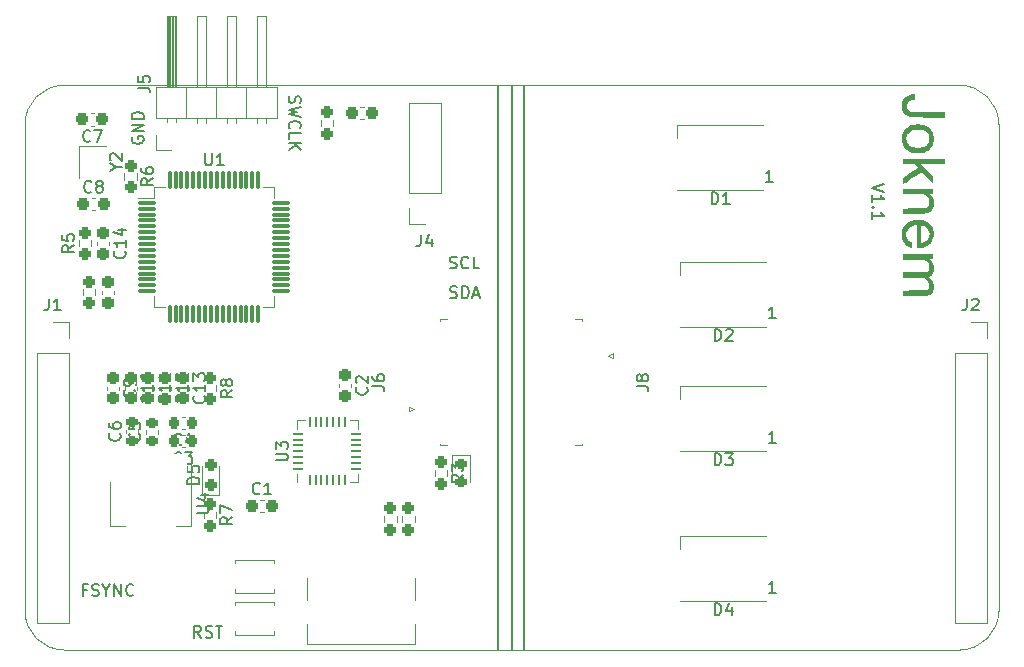
<source format=gto>
%TF.GenerationSoftware,KiCad,Pcbnew,7.0.2-0*%
%TF.CreationDate,2024-05-28T17:42:11+08:00*%
%TF.ProjectId,angle_detect,616e676c-655f-4646-9574-6563742e6b69,rev?*%
%TF.SameCoordinates,Original*%
%TF.FileFunction,Legend,Top*%
%TF.FilePolarity,Positive*%
%FSLAX46Y46*%
G04 Gerber Fmt 4.6, Leading zero omitted, Abs format (unit mm)*
G04 Created by KiCad (PCBNEW 7.0.2-0) date 2024-05-28 17:42:11*
%MOMM*%
%LPD*%
G01*
G04 APERTURE LIST*
G04 Aperture macros list*
%AMRoundRect*
0 Rectangle with rounded corners*
0 $1 Rounding radius*
0 $2 $3 $4 $5 $6 $7 $8 $9 X,Y pos of 4 corners*
0 Add a 4 corners polygon primitive as box body*
4,1,4,$2,$3,$4,$5,$6,$7,$8,$9,$2,$3,0*
0 Add four circle primitives for the rounded corners*
1,1,$1+$1,$2,$3*
1,1,$1+$1,$4,$5*
1,1,$1+$1,$6,$7*
1,1,$1+$1,$8,$9*
0 Add four rect primitives between the rounded corners*
20,1,$1+$1,$2,$3,$4,$5,0*
20,1,$1+$1,$4,$5,$6,$7,0*
20,1,$1+$1,$6,$7,$8,$9,0*
20,1,$1+$1,$8,$9,$2,$3,0*%
G04 Aperture macros list end*
%ADD10C,0.150000*%
%ADD11C,0.120000*%
%ADD12R,0.800000X0.900000*%
%ADD13RoundRect,0.237500X-0.237500X0.250000X-0.237500X-0.250000X0.237500X-0.250000X0.237500X0.250000X0*%
%ADD14R,1.700000X1.700000*%
%ADD15O,1.700000X1.700000*%
%ADD16RoundRect,0.225000X0.225000X0.250000X-0.225000X0.250000X-0.225000X-0.250000X0.225000X-0.250000X0*%
%ADD17RoundRect,0.062500X0.062500X-0.337500X0.062500X0.337500X-0.062500X0.337500X-0.062500X-0.337500X0*%
%ADD18RoundRect,0.062500X0.337500X-0.062500X0.337500X0.062500X-0.337500X0.062500X-0.337500X-0.062500X0*%
%ADD19R,3.350000X3.350000*%
%ADD20RoundRect,0.237500X-0.237500X0.300000X-0.237500X-0.300000X0.237500X-0.300000X0.237500X0.300000X0*%
%ADD21R,1.100000X0.300000*%
%ADD22R,3.100000X2.300000*%
%ADD23RoundRect,0.218750X-0.256250X0.218750X-0.256250X-0.218750X0.256250X-0.218750X0.256250X0.218750X0*%
%ADD24RoundRect,0.225000X0.250000X-0.225000X0.250000X0.225000X-0.250000X0.225000X-0.250000X-0.225000X0*%
%ADD25RoundRect,0.075000X-0.700000X-0.075000X0.700000X-0.075000X0.700000X0.075000X-0.700000X0.075000X0*%
%ADD26RoundRect,0.075000X-0.075000X-0.700000X0.075000X-0.700000X0.075000X0.700000X-0.075000X0.700000X0*%
%ADD27RoundRect,0.237500X0.300000X0.237500X-0.300000X0.237500X-0.300000X-0.237500X0.300000X-0.237500X0*%
%ADD28C,0.650000*%
%ADD29R,0.600000X1.240000*%
%ADD30R,0.300000X1.240000*%
%ADD31O,1.000000X2.100000*%
%ADD32O,1.000000X1.800000*%
%ADD33RoundRect,0.237500X0.237500X-0.250000X0.237500X0.250000X-0.237500X0.250000X-0.237500X-0.250000X0*%
%ADD34RoundRect,0.237500X-0.300000X-0.237500X0.300000X-0.237500X0.300000X0.237500X-0.300000X0.237500X0*%
%ADD35R,1.500000X2.000000*%
%ADD36R,3.800000X2.000000*%
%ADD37RoundRect,0.237500X0.237500X-0.300000X0.237500X0.300000X-0.237500X0.300000X-0.237500X-0.300000X0*%
%ADD38R,1.500000X0.900000*%
%ADD39R,0.900000X1.700000*%
%ADD40RoundRect,0.237500X0.237500X-0.287500X0.237500X0.287500X-0.237500X0.287500X-0.237500X-0.287500X0*%
%TA.AperFunction,Profile*%
%ADD41C,0.100000*%
%TD*%
G04 APERTURE END LIST*
D10*
X99974400Y-44983400D02*
X99974400Y-92786200D01*
X98933000Y-44958000D02*
X98933000Y-92760800D01*
X97790000Y-44983400D02*
X97790000Y-92786200D01*
X130459180Y-53333638D02*
X129459180Y-53666971D01*
X129459180Y-53666971D02*
X130459180Y-54000304D01*
X129459180Y-54857447D02*
X129459180Y-54286019D01*
X129459180Y-54571733D02*
X130459180Y-54571733D01*
X130459180Y-54571733D02*
X130316323Y-54476495D01*
X130316323Y-54476495D02*
X130221085Y-54381257D01*
X130221085Y-54381257D02*
X130173466Y-54286019D01*
X129554419Y-55286019D02*
X129506800Y-55333638D01*
X129506800Y-55333638D02*
X129459180Y-55286019D01*
X129459180Y-55286019D02*
X129506800Y-55238400D01*
X129506800Y-55238400D02*
X129554419Y-55286019D01*
X129554419Y-55286019D02*
X129459180Y-55286019D01*
X129459180Y-56286018D02*
X129459180Y-55714590D01*
X129459180Y-56000304D02*
X130459180Y-56000304D01*
X130459180Y-56000304D02*
X130316323Y-55905066D01*
X130316323Y-55905066D02*
X130221085Y-55809828D01*
X130221085Y-55809828D02*
X130173466Y-55714590D01*
X93713276Y-62923600D02*
X93856133Y-62971219D01*
X93856133Y-62971219D02*
X94094228Y-62971219D01*
X94094228Y-62971219D02*
X94189466Y-62923600D01*
X94189466Y-62923600D02*
X94237085Y-62875980D01*
X94237085Y-62875980D02*
X94284704Y-62780742D01*
X94284704Y-62780742D02*
X94284704Y-62685504D01*
X94284704Y-62685504D02*
X94237085Y-62590266D01*
X94237085Y-62590266D02*
X94189466Y-62542647D01*
X94189466Y-62542647D02*
X94094228Y-62495028D01*
X94094228Y-62495028D02*
X93903752Y-62447409D01*
X93903752Y-62447409D02*
X93808514Y-62399790D01*
X93808514Y-62399790D02*
X93760895Y-62352171D01*
X93760895Y-62352171D02*
X93713276Y-62256933D01*
X93713276Y-62256933D02*
X93713276Y-62161695D01*
X93713276Y-62161695D02*
X93760895Y-62066457D01*
X93760895Y-62066457D02*
X93808514Y-62018838D01*
X93808514Y-62018838D02*
X93903752Y-61971219D01*
X93903752Y-61971219D02*
X94141847Y-61971219D01*
X94141847Y-61971219D02*
X94284704Y-62018838D01*
X94713276Y-62971219D02*
X94713276Y-61971219D01*
X94713276Y-61971219D02*
X94951371Y-61971219D01*
X94951371Y-61971219D02*
X95094228Y-62018838D01*
X95094228Y-62018838D02*
X95189466Y-62114076D01*
X95189466Y-62114076D02*
X95237085Y-62209314D01*
X95237085Y-62209314D02*
X95284704Y-62399790D01*
X95284704Y-62399790D02*
X95284704Y-62542647D01*
X95284704Y-62542647D02*
X95237085Y-62733123D01*
X95237085Y-62733123D02*
X95189466Y-62828361D01*
X95189466Y-62828361D02*
X95094228Y-62923600D01*
X95094228Y-62923600D02*
X94951371Y-62971219D01*
X94951371Y-62971219D02*
X94713276Y-62971219D01*
X95665657Y-62685504D02*
X96141847Y-62685504D01*
X95570419Y-62971219D02*
X95903752Y-61971219D01*
X95903752Y-61971219D02*
X96237085Y-62971219D01*
X66794038Y-49326895D02*
X66746419Y-49422133D01*
X66746419Y-49422133D02*
X66746419Y-49564990D01*
X66746419Y-49564990D02*
X66794038Y-49707847D01*
X66794038Y-49707847D02*
X66889276Y-49803085D01*
X66889276Y-49803085D02*
X66984514Y-49850704D01*
X66984514Y-49850704D02*
X67174990Y-49898323D01*
X67174990Y-49898323D02*
X67317847Y-49898323D01*
X67317847Y-49898323D02*
X67508323Y-49850704D01*
X67508323Y-49850704D02*
X67603561Y-49803085D01*
X67603561Y-49803085D02*
X67698800Y-49707847D01*
X67698800Y-49707847D02*
X67746419Y-49564990D01*
X67746419Y-49564990D02*
X67746419Y-49469752D01*
X67746419Y-49469752D02*
X67698800Y-49326895D01*
X67698800Y-49326895D02*
X67651180Y-49279276D01*
X67651180Y-49279276D02*
X67317847Y-49279276D01*
X67317847Y-49279276D02*
X67317847Y-49469752D01*
X67746419Y-48850704D02*
X66746419Y-48850704D01*
X66746419Y-48850704D02*
X67746419Y-48279276D01*
X67746419Y-48279276D02*
X66746419Y-48279276D01*
X67746419Y-47803085D02*
X66746419Y-47803085D01*
X66746419Y-47803085D02*
X66746419Y-47564990D01*
X66746419Y-47564990D02*
X66794038Y-47422133D01*
X66794038Y-47422133D02*
X66889276Y-47326895D01*
X66889276Y-47326895D02*
X66984514Y-47279276D01*
X66984514Y-47279276D02*
X67174990Y-47231657D01*
X67174990Y-47231657D02*
X67317847Y-47231657D01*
X67317847Y-47231657D02*
X67508323Y-47279276D01*
X67508323Y-47279276D02*
X67603561Y-47326895D01*
X67603561Y-47326895D02*
X67698800Y-47422133D01*
X67698800Y-47422133D02*
X67746419Y-47564990D01*
X67746419Y-47564990D02*
X67746419Y-47803085D01*
X80103800Y-45885076D02*
X80056180Y-46027933D01*
X80056180Y-46027933D02*
X80056180Y-46266028D01*
X80056180Y-46266028D02*
X80103800Y-46361266D01*
X80103800Y-46361266D02*
X80151419Y-46408885D01*
X80151419Y-46408885D02*
X80246657Y-46456504D01*
X80246657Y-46456504D02*
X80341895Y-46456504D01*
X80341895Y-46456504D02*
X80437133Y-46408885D01*
X80437133Y-46408885D02*
X80484752Y-46361266D01*
X80484752Y-46361266D02*
X80532371Y-46266028D01*
X80532371Y-46266028D02*
X80579990Y-46075552D01*
X80579990Y-46075552D02*
X80627609Y-45980314D01*
X80627609Y-45980314D02*
X80675228Y-45932695D01*
X80675228Y-45932695D02*
X80770466Y-45885076D01*
X80770466Y-45885076D02*
X80865704Y-45885076D01*
X80865704Y-45885076D02*
X80960942Y-45932695D01*
X80960942Y-45932695D02*
X81008561Y-45980314D01*
X81008561Y-45980314D02*
X81056180Y-46075552D01*
X81056180Y-46075552D02*
X81056180Y-46313647D01*
X81056180Y-46313647D02*
X81008561Y-46456504D01*
X81056180Y-46789838D02*
X80056180Y-47027933D01*
X80056180Y-47027933D02*
X80770466Y-47218409D01*
X80770466Y-47218409D02*
X80056180Y-47408885D01*
X80056180Y-47408885D02*
X81056180Y-47646981D01*
X80151419Y-48599361D02*
X80103800Y-48551742D01*
X80103800Y-48551742D02*
X80056180Y-48408885D01*
X80056180Y-48408885D02*
X80056180Y-48313647D01*
X80056180Y-48313647D02*
X80103800Y-48170790D01*
X80103800Y-48170790D02*
X80199038Y-48075552D01*
X80199038Y-48075552D02*
X80294276Y-48027933D01*
X80294276Y-48027933D02*
X80484752Y-47980314D01*
X80484752Y-47980314D02*
X80627609Y-47980314D01*
X80627609Y-47980314D02*
X80818085Y-48027933D01*
X80818085Y-48027933D02*
X80913323Y-48075552D01*
X80913323Y-48075552D02*
X81008561Y-48170790D01*
X81008561Y-48170790D02*
X81056180Y-48313647D01*
X81056180Y-48313647D02*
X81056180Y-48408885D01*
X81056180Y-48408885D02*
X81008561Y-48551742D01*
X81008561Y-48551742D02*
X80960942Y-48599361D01*
X80056180Y-49504123D02*
X80056180Y-49027933D01*
X80056180Y-49027933D02*
X81056180Y-49027933D01*
X80056180Y-49837457D02*
X81056180Y-49837457D01*
X80056180Y-50408885D02*
X80627609Y-49980314D01*
X81056180Y-50408885D02*
X80484752Y-49837457D01*
X93687876Y-60409000D02*
X93830733Y-60456619D01*
X93830733Y-60456619D02*
X94068828Y-60456619D01*
X94068828Y-60456619D02*
X94164066Y-60409000D01*
X94164066Y-60409000D02*
X94211685Y-60361380D01*
X94211685Y-60361380D02*
X94259304Y-60266142D01*
X94259304Y-60266142D02*
X94259304Y-60170904D01*
X94259304Y-60170904D02*
X94211685Y-60075666D01*
X94211685Y-60075666D02*
X94164066Y-60028047D01*
X94164066Y-60028047D02*
X94068828Y-59980428D01*
X94068828Y-59980428D02*
X93878352Y-59932809D01*
X93878352Y-59932809D02*
X93783114Y-59885190D01*
X93783114Y-59885190D02*
X93735495Y-59837571D01*
X93735495Y-59837571D02*
X93687876Y-59742333D01*
X93687876Y-59742333D02*
X93687876Y-59647095D01*
X93687876Y-59647095D02*
X93735495Y-59551857D01*
X93735495Y-59551857D02*
X93783114Y-59504238D01*
X93783114Y-59504238D02*
X93878352Y-59456619D01*
X93878352Y-59456619D02*
X94116447Y-59456619D01*
X94116447Y-59456619D02*
X94259304Y-59504238D01*
X95259304Y-60361380D02*
X95211685Y-60409000D01*
X95211685Y-60409000D02*
X95068828Y-60456619D01*
X95068828Y-60456619D02*
X94973590Y-60456619D01*
X94973590Y-60456619D02*
X94830733Y-60409000D01*
X94830733Y-60409000D02*
X94735495Y-60313761D01*
X94735495Y-60313761D02*
X94687876Y-60218523D01*
X94687876Y-60218523D02*
X94640257Y-60028047D01*
X94640257Y-60028047D02*
X94640257Y-59885190D01*
X94640257Y-59885190D02*
X94687876Y-59694714D01*
X94687876Y-59694714D02*
X94735495Y-59599476D01*
X94735495Y-59599476D02*
X94830733Y-59504238D01*
X94830733Y-59504238D02*
X94973590Y-59456619D01*
X94973590Y-59456619D02*
X95068828Y-59456619D01*
X95068828Y-59456619D02*
X95211685Y-59504238D01*
X95211685Y-59504238D02*
X95259304Y-59551857D01*
X96164066Y-60456619D02*
X95687876Y-60456619D01*
X95687876Y-60456619D02*
X95687876Y-59456619D01*
X72615323Y-91724019D02*
X72281990Y-91247828D01*
X72043895Y-91724019D02*
X72043895Y-90724019D01*
X72043895Y-90724019D02*
X72424847Y-90724019D01*
X72424847Y-90724019D02*
X72520085Y-90771638D01*
X72520085Y-90771638D02*
X72567704Y-90819257D01*
X72567704Y-90819257D02*
X72615323Y-90914495D01*
X72615323Y-90914495D02*
X72615323Y-91057352D01*
X72615323Y-91057352D02*
X72567704Y-91152590D01*
X72567704Y-91152590D02*
X72520085Y-91200209D01*
X72520085Y-91200209D02*
X72424847Y-91247828D01*
X72424847Y-91247828D02*
X72043895Y-91247828D01*
X72996276Y-91676400D02*
X73139133Y-91724019D01*
X73139133Y-91724019D02*
X73377228Y-91724019D01*
X73377228Y-91724019D02*
X73472466Y-91676400D01*
X73472466Y-91676400D02*
X73520085Y-91628780D01*
X73520085Y-91628780D02*
X73567704Y-91533542D01*
X73567704Y-91533542D02*
X73567704Y-91438304D01*
X73567704Y-91438304D02*
X73520085Y-91343066D01*
X73520085Y-91343066D02*
X73472466Y-91295447D01*
X73472466Y-91295447D02*
X73377228Y-91247828D01*
X73377228Y-91247828D02*
X73186752Y-91200209D01*
X73186752Y-91200209D02*
X73091514Y-91152590D01*
X73091514Y-91152590D02*
X73043895Y-91104971D01*
X73043895Y-91104971D02*
X72996276Y-91009733D01*
X72996276Y-91009733D02*
X72996276Y-90914495D01*
X72996276Y-90914495D02*
X73043895Y-90819257D01*
X73043895Y-90819257D02*
X73091514Y-90771638D01*
X73091514Y-90771638D02*
X73186752Y-90724019D01*
X73186752Y-90724019D02*
X73424847Y-90724019D01*
X73424847Y-90724019D02*
X73567704Y-90771638D01*
X73853419Y-90724019D02*
X74424847Y-90724019D01*
X74139133Y-91724019D02*
X74139133Y-90724019D01*
X62928428Y-87669609D02*
X62595095Y-87669609D01*
X62595095Y-88193419D02*
X62595095Y-87193419D01*
X62595095Y-87193419D02*
X63071285Y-87193419D01*
X63404619Y-88145800D02*
X63547476Y-88193419D01*
X63547476Y-88193419D02*
X63785571Y-88193419D01*
X63785571Y-88193419D02*
X63880809Y-88145800D01*
X63880809Y-88145800D02*
X63928428Y-88098180D01*
X63928428Y-88098180D02*
X63976047Y-88002942D01*
X63976047Y-88002942D02*
X63976047Y-87907704D01*
X63976047Y-87907704D02*
X63928428Y-87812466D01*
X63928428Y-87812466D02*
X63880809Y-87764847D01*
X63880809Y-87764847D02*
X63785571Y-87717228D01*
X63785571Y-87717228D02*
X63595095Y-87669609D01*
X63595095Y-87669609D02*
X63499857Y-87621990D01*
X63499857Y-87621990D02*
X63452238Y-87574371D01*
X63452238Y-87574371D02*
X63404619Y-87479133D01*
X63404619Y-87479133D02*
X63404619Y-87383895D01*
X63404619Y-87383895D02*
X63452238Y-87288657D01*
X63452238Y-87288657D02*
X63499857Y-87241038D01*
X63499857Y-87241038D02*
X63595095Y-87193419D01*
X63595095Y-87193419D02*
X63833190Y-87193419D01*
X63833190Y-87193419D02*
X63976047Y-87241038D01*
X64595095Y-87717228D02*
X64595095Y-88193419D01*
X64261762Y-87193419D02*
X64595095Y-87717228D01*
X64595095Y-87717228D02*
X64928428Y-87193419D01*
X65261762Y-88193419D02*
X65261762Y-87193419D01*
X65261762Y-87193419D02*
X65833190Y-88193419D01*
X65833190Y-88193419D02*
X65833190Y-87193419D01*
X66880809Y-88098180D02*
X66833190Y-88145800D01*
X66833190Y-88145800D02*
X66690333Y-88193419D01*
X66690333Y-88193419D02*
X66595095Y-88193419D01*
X66595095Y-88193419D02*
X66452238Y-88145800D01*
X66452238Y-88145800D02*
X66357000Y-88050561D01*
X66357000Y-88050561D02*
X66309381Y-87955323D01*
X66309381Y-87955323D02*
X66261762Y-87764847D01*
X66261762Y-87764847D02*
X66261762Y-87621990D01*
X66261762Y-87621990D02*
X66309381Y-87431514D01*
X66309381Y-87431514D02*
X66357000Y-87336276D01*
X66357000Y-87336276D02*
X66452238Y-87241038D01*
X66452238Y-87241038D02*
X66595095Y-87193419D01*
X66595095Y-87193419D02*
X66690333Y-87193419D01*
X66690333Y-87193419D02*
X66833190Y-87241038D01*
X66833190Y-87241038D02*
X66880809Y-87288657D01*
%TO.C,Y2*%
X65426228Y-51910190D02*
X65902419Y-51910190D01*
X64902419Y-52243523D02*
X65426228Y-51910190D01*
X65426228Y-51910190D02*
X64902419Y-51576857D01*
X64997657Y-51291142D02*
X64950038Y-51243523D01*
X64950038Y-51243523D02*
X64902419Y-51148285D01*
X64902419Y-51148285D02*
X64902419Y-50910190D01*
X64902419Y-50910190D02*
X64950038Y-50814952D01*
X64950038Y-50814952D02*
X64997657Y-50767333D01*
X64997657Y-50767333D02*
X65092895Y-50719714D01*
X65092895Y-50719714D02*
X65188133Y-50719714D01*
X65188133Y-50719714D02*
X65330990Y-50767333D01*
X65330990Y-50767333D02*
X65902419Y-51338761D01*
X65902419Y-51338761D02*
X65902419Y-50719714D01*
%TO.C,J2*%
X137461666Y-63016619D02*
X137461666Y-63730904D01*
X137461666Y-63730904D02*
X137414047Y-63873761D01*
X137414047Y-63873761D02*
X137318809Y-63969000D01*
X137318809Y-63969000D02*
X137175952Y-64016619D01*
X137175952Y-64016619D02*
X137080714Y-64016619D01*
X137890238Y-63111857D02*
X137937857Y-63064238D01*
X137937857Y-63064238D02*
X138033095Y-63016619D01*
X138033095Y-63016619D02*
X138271190Y-63016619D01*
X138271190Y-63016619D02*
X138366428Y-63064238D01*
X138366428Y-63064238D02*
X138414047Y-63111857D01*
X138414047Y-63111857D02*
X138461666Y-63207095D01*
X138461666Y-63207095D02*
X138461666Y-63302333D01*
X138461666Y-63302333D02*
X138414047Y-63445190D01*
X138414047Y-63445190D02*
X137842619Y-64016619D01*
X137842619Y-64016619D02*
X138461666Y-64016619D01*
%TO.C,R8*%
X75273219Y-70779466D02*
X74797028Y-71112799D01*
X75273219Y-71350894D02*
X74273219Y-71350894D01*
X74273219Y-71350894D02*
X74273219Y-70969942D01*
X74273219Y-70969942D02*
X74320838Y-70874704D01*
X74320838Y-70874704D02*
X74368457Y-70827085D01*
X74368457Y-70827085D02*
X74463695Y-70779466D01*
X74463695Y-70779466D02*
X74606552Y-70779466D01*
X74606552Y-70779466D02*
X74701790Y-70827085D01*
X74701790Y-70827085D02*
X74749409Y-70874704D01*
X74749409Y-70874704D02*
X74797028Y-70969942D01*
X74797028Y-70969942D02*
X74797028Y-71350894D01*
X74701790Y-70208037D02*
X74654171Y-70303275D01*
X74654171Y-70303275D02*
X74606552Y-70350894D01*
X74606552Y-70350894D02*
X74511314Y-70398513D01*
X74511314Y-70398513D02*
X74463695Y-70398513D01*
X74463695Y-70398513D02*
X74368457Y-70350894D01*
X74368457Y-70350894D02*
X74320838Y-70303275D01*
X74320838Y-70303275D02*
X74273219Y-70208037D01*
X74273219Y-70208037D02*
X74273219Y-70017561D01*
X74273219Y-70017561D02*
X74320838Y-69922323D01*
X74320838Y-69922323D02*
X74368457Y-69874704D01*
X74368457Y-69874704D02*
X74463695Y-69827085D01*
X74463695Y-69827085D02*
X74511314Y-69827085D01*
X74511314Y-69827085D02*
X74606552Y-69874704D01*
X74606552Y-69874704D02*
X74654171Y-69922323D01*
X74654171Y-69922323D02*
X74701790Y-70017561D01*
X74701790Y-70017561D02*
X74701790Y-70208037D01*
X74701790Y-70208037D02*
X74749409Y-70303275D01*
X74749409Y-70303275D02*
X74797028Y-70350894D01*
X74797028Y-70350894D02*
X74892266Y-70398513D01*
X74892266Y-70398513D02*
X75082742Y-70398513D01*
X75082742Y-70398513D02*
X75177980Y-70350894D01*
X75177980Y-70350894D02*
X75225600Y-70303275D01*
X75225600Y-70303275D02*
X75273219Y-70208037D01*
X75273219Y-70208037D02*
X75273219Y-70017561D01*
X75273219Y-70017561D02*
X75225600Y-69922323D01*
X75225600Y-69922323D02*
X75177980Y-69874704D01*
X75177980Y-69874704D02*
X75082742Y-69827085D01*
X75082742Y-69827085D02*
X74892266Y-69827085D01*
X74892266Y-69827085D02*
X74797028Y-69874704D01*
X74797028Y-69874704D02*
X74749409Y-69922323D01*
X74749409Y-69922323D02*
X74701790Y-70017561D01*
%TO.C,C4*%
X70940933Y-75355780D02*
X70893314Y-75403400D01*
X70893314Y-75403400D02*
X70750457Y-75451019D01*
X70750457Y-75451019D02*
X70655219Y-75451019D01*
X70655219Y-75451019D02*
X70512362Y-75403400D01*
X70512362Y-75403400D02*
X70417124Y-75308161D01*
X70417124Y-75308161D02*
X70369505Y-75212923D01*
X70369505Y-75212923D02*
X70321886Y-75022447D01*
X70321886Y-75022447D02*
X70321886Y-74879590D01*
X70321886Y-74879590D02*
X70369505Y-74689114D01*
X70369505Y-74689114D02*
X70417124Y-74593876D01*
X70417124Y-74593876D02*
X70512362Y-74498638D01*
X70512362Y-74498638D02*
X70655219Y-74451019D01*
X70655219Y-74451019D02*
X70750457Y-74451019D01*
X70750457Y-74451019D02*
X70893314Y-74498638D01*
X70893314Y-74498638D02*
X70940933Y-74546257D01*
X71798076Y-74784352D02*
X71798076Y-75451019D01*
X71559981Y-74403400D02*
X71321886Y-75117685D01*
X71321886Y-75117685D02*
X71940933Y-75117685D01*
%TO.C,C3*%
X70940333Y-76905180D02*
X70892714Y-76952800D01*
X70892714Y-76952800D02*
X70749857Y-77000419D01*
X70749857Y-77000419D02*
X70654619Y-77000419D01*
X70654619Y-77000419D02*
X70511762Y-76952800D01*
X70511762Y-76952800D02*
X70416524Y-76857561D01*
X70416524Y-76857561D02*
X70368905Y-76762323D01*
X70368905Y-76762323D02*
X70321286Y-76571847D01*
X70321286Y-76571847D02*
X70321286Y-76428990D01*
X70321286Y-76428990D02*
X70368905Y-76238514D01*
X70368905Y-76238514D02*
X70416524Y-76143276D01*
X70416524Y-76143276D02*
X70511762Y-76048038D01*
X70511762Y-76048038D02*
X70654619Y-76000419D01*
X70654619Y-76000419D02*
X70749857Y-76000419D01*
X70749857Y-76000419D02*
X70892714Y-76048038D01*
X70892714Y-76048038D02*
X70940333Y-76095657D01*
X71273667Y-76000419D02*
X71892714Y-76000419D01*
X71892714Y-76000419D02*
X71559381Y-76381371D01*
X71559381Y-76381371D02*
X71702238Y-76381371D01*
X71702238Y-76381371D02*
X71797476Y-76428990D01*
X71797476Y-76428990D02*
X71845095Y-76476609D01*
X71845095Y-76476609D02*
X71892714Y-76571847D01*
X71892714Y-76571847D02*
X71892714Y-76809942D01*
X71892714Y-76809942D02*
X71845095Y-76905180D01*
X71845095Y-76905180D02*
X71797476Y-76952800D01*
X71797476Y-76952800D02*
X71702238Y-77000419D01*
X71702238Y-77000419D02*
X71416524Y-77000419D01*
X71416524Y-77000419D02*
X71321286Y-76952800D01*
X71321286Y-76952800D02*
X71273667Y-76905180D01*
%TO.C,R6*%
X68542219Y-52844366D02*
X68066028Y-53177699D01*
X68542219Y-53415794D02*
X67542219Y-53415794D01*
X67542219Y-53415794D02*
X67542219Y-53034842D01*
X67542219Y-53034842D02*
X67589838Y-52939604D01*
X67589838Y-52939604D02*
X67637457Y-52891985D01*
X67637457Y-52891985D02*
X67732695Y-52844366D01*
X67732695Y-52844366D02*
X67875552Y-52844366D01*
X67875552Y-52844366D02*
X67970790Y-52891985D01*
X67970790Y-52891985D02*
X68018409Y-52939604D01*
X68018409Y-52939604D02*
X68066028Y-53034842D01*
X68066028Y-53034842D02*
X68066028Y-53415794D01*
X67542219Y-51987223D02*
X67542219Y-52177699D01*
X67542219Y-52177699D02*
X67589838Y-52272937D01*
X67589838Y-52272937D02*
X67637457Y-52320556D01*
X67637457Y-52320556D02*
X67780314Y-52415794D01*
X67780314Y-52415794D02*
X67970790Y-52463413D01*
X67970790Y-52463413D02*
X68351742Y-52463413D01*
X68351742Y-52463413D02*
X68446980Y-52415794D01*
X68446980Y-52415794D02*
X68494600Y-52368175D01*
X68494600Y-52368175D02*
X68542219Y-52272937D01*
X68542219Y-52272937D02*
X68542219Y-52082461D01*
X68542219Y-52082461D02*
X68494600Y-51987223D01*
X68494600Y-51987223D02*
X68446980Y-51939604D01*
X68446980Y-51939604D02*
X68351742Y-51891985D01*
X68351742Y-51891985D02*
X68113647Y-51891985D01*
X68113647Y-51891985D02*
X68018409Y-51939604D01*
X68018409Y-51939604D02*
X67970790Y-51987223D01*
X67970790Y-51987223D02*
X67923171Y-52082461D01*
X67923171Y-52082461D02*
X67923171Y-52272937D01*
X67923171Y-52272937D02*
X67970790Y-52368175D01*
X67970790Y-52368175D02*
X68018409Y-52415794D01*
X68018409Y-52415794D02*
X68113647Y-52463413D01*
%TO.C,J4*%
X91233666Y-57604619D02*
X91233666Y-58318904D01*
X91233666Y-58318904D02*
X91186047Y-58461761D01*
X91186047Y-58461761D02*
X91090809Y-58557000D01*
X91090809Y-58557000D02*
X90947952Y-58604619D01*
X90947952Y-58604619D02*
X90852714Y-58604619D01*
X92138428Y-57937952D02*
X92138428Y-58604619D01*
X91900333Y-57557000D02*
X91662238Y-58271285D01*
X91662238Y-58271285D02*
X92281285Y-58271285D01*
%TO.C,U3*%
X78974619Y-76707904D02*
X79784142Y-76707904D01*
X79784142Y-76707904D02*
X79879380Y-76660285D01*
X79879380Y-76660285D02*
X79927000Y-76612666D01*
X79927000Y-76612666D02*
X79974619Y-76517428D01*
X79974619Y-76517428D02*
X79974619Y-76326952D01*
X79974619Y-76326952D02*
X79927000Y-76231714D01*
X79927000Y-76231714D02*
X79879380Y-76184095D01*
X79879380Y-76184095D02*
X79784142Y-76136476D01*
X79784142Y-76136476D02*
X78974619Y-76136476D01*
X78974619Y-75755523D02*
X78974619Y-75136476D01*
X78974619Y-75136476D02*
X79355571Y-75469809D01*
X79355571Y-75469809D02*
X79355571Y-75326952D01*
X79355571Y-75326952D02*
X79403190Y-75231714D01*
X79403190Y-75231714D02*
X79450809Y-75184095D01*
X79450809Y-75184095D02*
X79546047Y-75136476D01*
X79546047Y-75136476D02*
X79784142Y-75136476D01*
X79784142Y-75136476D02*
X79879380Y-75184095D01*
X79879380Y-75184095D02*
X79927000Y-75231714D01*
X79927000Y-75231714D02*
X79974619Y-75326952D01*
X79974619Y-75326952D02*
X79974619Y-75612666D01*
X79974619Y-75612666D02*
X79927000Y-75707904D01*
X79927000Y-75707904D02*
X79879380Y-75755523D01*
%TO.C,C12*%
X71393380Y-71254857D02*
X71441000Y-71302476D01*
X71441000Y-71302476D02*
X71488619Y-71445333D01*
X71488619Y-71445333D02*
X71488619Y-71540571D01*
X71488619Y-71540571D02*
X71441000Y-71683428D01*
X71441000Y-71683428D02*
X71345761Y-71778666D01*
X71345761Y-71778666D02*
X71250523Y-71826285D01*
X71250523Y-71826285D02*
X71060047Y-71873904D01*
X71060047Y-71873904D02*
X70917190Y-71873904D01*
X70917190Y-71873904D02*
X70726714Y-71826285D01*
X70726714Y-71826285D02*
X70631476Y-71778666D01*
X70631476Y-71778666D02*
X70536238Y-71683428D01*
X70536238Y-71683428D02*
X70488619Y-71540571D01*
X70488619Y-71540571D02*
X70488619Y-71445333D01*
X70488619Y-71445333D02*
X70536238Y-71302476D01*
X70536238Y-71302476D02*
X70583857Y-71254857D01*
X71488619Y-70302476D02*
X71488619Y-70873904D01*
X71488619Y-70588190D02*
X70488619Y-70588190D01*
X70488619Y-70588190D02*
X70631476Y-70683428D01*
X70631476Y-70683428D02*
X70726714Y-70778666D01*
X70726714Y-70778666D02*
X70774333Y-70873904D01*
X70583857Y-69921523D02*
X70536238Y-69873904D01*
X70536238Y-69873904D02*
X70488619Y-69778666D01*
X70488619Y-69778666D02*
X70488619Y-69540571D01*
X70488619Y-69540571D02*
X70536238Y-69445333D01*
X70536238Y-69445333D02*
X70583857Y-69397714D01*
X70583857Y-69397714D02*
X70679095Y-69350095D01*
X70679095Y-69350095D02*
X70774333Y-69350095D01*
X70774333Y-69350095D02*
X70917190Y-69397714D01*
X70917190Y-69397714D02*
X71488619Y-69969142D01*
X71488619Y-69969142D02*
X71488619Y-69350095D01*
%TO.C,J6*%
X87131619Y-70437333D02*
X87845904Y-70437333D01*
X87845904Y-70437333D02*
X87988761Y-70484952D01*
X87988761Y-70484952D02*
X88084000Y-70580190D01*
X88084000Y-70580190D02*
X88131619Y-70723047D01*
X88131619Y-70723047D02*
X88131619Y-70818285D01*
X87131619Y-69532571D02*
X87131619Y-69723047D01*
X87131619Y-69723047D02*
X87179238Y-69818285D01*
X87179238Y-69818285D02*
X87226857Y-69865904D01*
X87226857Y-69865904D02*
X87369714Y-69961142D01*
X87369714Y-69961142D02*
X87560190Y-70008761D01*
X87560190Y-70008761D02*
X87941142Y-70008761D01*
X87941142Y-70008761D02*
X88036380Y-69961142D01*
X88036380Y-69961142D02*
X88084000Y-69913523D01*
X88084000Y-69913523D02*
X88131619Y-69818285D01*
X88131619Y-69818285D02*
X88131619Y-69627809D01*
X88131619Y-69627809D02*
X88084000Y-69532571D01*
X88084000Y-69532571D02*
X88036380Y-69484952D01*
X88036380Y-69484952D02*
X87941142Y-69437333D01*
X87941142Y-69437333D02*
X87703047Y-69437333D01*
X87703047Y-69437333D02*
X87607809Y-69484952D01*
X87607809Y-69484952D02*
X87560190Y-69532571D01*
X87560190Y-69532571D02*
X87512571Y-69627809D01*
X87512571Y-69627809D02*
X87512571Y-69818285D01*
X87512571Y-69818285D02*
X87560190Y-69913523D01*
X87560190Y-69913523D02*
X87607809Y-69961142D01*
X87607809Y-69961142D02*
X87703047Y-70008761D01*
%TO.C,C6*%
X65713980Y-74423866D02*
X65761600Y-74471485D01*
X65761600Y-74471485D02*
X65809219Y-74614342D01*
X65809219Y-74614342D02*
X65809219Y-74709580D01*
X65809219Y-74709580D02*
X65761600Y-74852437D01*
X65761600Y-74852437D02*
X65666361Y-74947675D01*
X65666361Y-74947675D02*
X65571123Y-74995294D01*
X65571123Y-74995294D02*
X65380647Y-75042913D01*
X65380647Y-75042913D02*
X65237790Y-75042913D01*
X65237790Y-75042913D02*
X65047314Y-74995294D01*
X65047314Y-74995294D02*
X64952076Y-74947675D01*
X64952076Y-74947675D02*
X64856838Y-74852437D01*
X64856838Y-74852437D02*
X64809219Y-74709580D01*
X64809219Y-74709580D02*
X64809219Y-74614342D01*
X64809219Y-74614342D02*
X64856838Y-74471485D01*
X64856838Y-74471485D02*
X64904457Y-74423866D01*
X64809219Y-73566723D02*
X64809219Y-73757199D01*
X64809219Y-73757199D02*
X64856838Y-73852437D01*
X64856838Y-73852437D02*
X64904457Y-73900056D01*
X64904457Y-73900056D02*
X65047314Y-73995294D01*
X65047314Y-73995294D02*
X65237790Y-74042913D01*
X65237790Y-74042913D02*
X65618742Y-74042913D01*
X65618742Y-74042913D02*
X65713980Y-73995294D01*
X65713980Y-73995294D02*
X65761600Y-73947675D01*
X65761600Y-73947675D02*
X65809219Y-73852437D01*
X65809219Y-73852437D02*
X65809219Y-73661961D01*
X65809219Y-73661961D02*
X65761600Y-73566723D01*
X65761600Y-73566723D02*
X65713980Y-73519104D01*
X65713980Y-73519104D02*
X65618742Y-73471485D01*
X65618742Y-73471485D02*
X65380647Y-73471485D01*
X65380647Y-73471485D02*
X65285409Y-73519104D01*
X65285409Y-73519104D02*
X65237790Y-73566723D01*
X65237790Y-73566723D02*
X65190171Y-73661961D01*
X65190171Y-73661961D02*
X65190171Y-73852437D01*
X65190171Y-73852437D02*
X65237790Y-73947675D01*
X65237790Y-73947675D02*
X65285409Y-73995294D01*
X65285409Y-73995294D02*
X65380647Y-74042913D01*
%TO.C,R7*%
X75247819Y-81524766D02*
X74771628Y-81858099D01*
X75247819Y-82096194D02*
X74247819Y-82096194D01*
X74247819Y-82096194D02*
X74247819Y-81715242D01*
X74247819Y-81715242D02*
X74295438Y-81620004D01*
X74295438Y-81620004D02*
X74343057Y-81572385D01*
X74343057Y-81572385D02*
X74438295Y-81524766D01*
X74438295Y-81524766D02*
X74581152Y-81524766D01*
X74581152Y-81524766D02*
X74676390Y-81572385D01*
X74676390Y-81572385D02*
X74724009Y-81620004D01*
X74724009Y-81620004D02*
X74771628Y-81715242D01*
X74771628Y-81715242D02*
X74771628Y-82096194D01*
X74247819Y-81191432D02*
X74247819Y-80524766D01*
X74247819Y-80524766D02*
X75247819Y-80953337D01*
%TO.C,U1*%
X72948895Y-50711219D02*
X72948895Y-51520742D01*
X72948895Y-51520742D02*
X72996514Y-51615980D01*
X72996514Y-51615980D02*
X73044133Y-51663600D01*
X73044133Y-51663600D02*
X73139371Y-51711219D01*
X73139371Y-51711219D02*
X73329847Y-51711219D01*
X73329847Y-51711219D02*
X73425085Y-51663600D01*
X73425085Y-51663600D02*
X73472704Y-51615980D01*
X73472704Y-51615980D02*
X73520323Y-51520742D01*
X73520323Y-51520742D02*
X73520323Y-50711219D01*
X74520323Y-51711219D02*
X73948895Y-51711219D01*
X74234609Y-51711219D02*
X74234609Y-50711219D01*
X74234609Y-50711219D02*
X74139371Y-50854076D01*
X74139371Y-50854076D02*
X74044133Y-50949314D01*
X74044133Y-50949314D02*
X73948895Y-50996933D01*
%TO.C,C7*%
X63239433Y-49648980D02*
X63191814Y-49696600D01*
X63191814Y-49696600D02*
X63048957Y-49744219D01*
X63048957Y-49744219D02*
X62953719Y-49744219D01*
X62953719Y-49744219D02*
X62810862Y-49696600D01*
X62810862Y-49696600D02*
X62715624Y-49601361D01*
X62715624Y-49601361D02*
X62668005Y-49506123D01*
X62668005Y-49506123D02*
X62620386Y-49315647D01*
X62620386Y-49315647D02*
X62620386Y-49172790D01*
X62620386Y-49172790D02*
X62668005Y-48982314D01*
X62668005Y-48982314D02*
X62715624Y-48887076D01*
X62715624Y-48887076D02*
X62810862Y-48791838D01*
X62810862Y-48791838D02*
X62953719Y-48744219D01*
X62953719Y-48744219D02*
X63048957Y-48744219D01*
X63048957Y-48744219D02*
X63191814Y-48791838D01*
X63191814Y-48791838D02*
X63239433Y-48839457D01*
X63572767Y-48744219D02*
X64239433Y-48744219D01*
X64239433Y-48744219D02*
X63810862Y-49744219D01*
%TO.C,C2*%
X86633380Y-70524666D02*
X86681000Y-70572285D01*
X86681000Y-70572285D02*
X86728619Y-70715142D01*
X86728619Y-70715142D02*
X86728619Y-70810380D01*
X86728619Y-70810380D02*
X86681000Y-70953237D01*
X86681000Y-70953237D02*
X86585761Y-71048475D01*
X86585761Y-71048475D02*
X86490523Y-71096094D01*
X86490523Y-71096094D02*
X86300047Y-71143713D01*
X86300047Y-71143713D02*
X86157190Y-71143713D01*
X86157190Y-71143713D02*
X85966714Y-71096094D01*
X85966714Y-71096094D02*
X85871476Y-71048475D01*
X85871476Y-71048475D02*
X85776238Y-70953237D01*
X85776238Y-70953237D02*
X85728619Y-70810380D01*
X85728619Y-70810380D02*
X85728619Y-70715142D01*
X85728619Y-70715142D02*
X85776238Y-70572285D01*
X85776238Y-70572285D02*
X85823857Y-70524666D01*
X85823857Y-70143713D02*
X85776238Y-70096094D01*
X85776238Y-70096094D02*
X85728619Y-70000856D01*
X85728619Y-70000856D02*
X85728619Y-69762761D01*
X85728619Y-69762761D02*
X85776238Y-69667523D01*
X85776238Y-69667523D02*
X85823857Y-69619904D01*
X85823857Y-69619904D02*
X85919095Y-69572285D01*
X85919095Y-69572285D02*
X86014333Y-69572285D01*
X86014333Y-69572285D02*
X86157190Y-69619904D01*
X86157190Y-69619904D02*
X86728619Y-70191332D01*
X86728619Y-70191332D02*
X86728619Y-69572285D01*
%TO.C,C14*%
X66135580Y-58987757D02*
X66183200Y-59035376D01*
X66183200Y-59035376D02*
X66230819Y-59178233D01*
X66230819Y-59178233D02*
X66230819Y-59273471D01*
X66230819Y-59273471D02*
X66183200Y-59416328D01*
X66183200Y-59416328D02*
X66087961Y-59511566D01*
X66087961Y-59511566D02*
X65992723Y-59559185D01*
X65992723Y-59559185D02*
X65802247Y-59606804D01*
X65802247Y-59606804D02*
X65659390Y-59606804D01*
X65659390Y-59606804D02*
X65468914Y-59559185D01*
X65468914Y-59559185D02*
X65373676Y-59511566D01*
X65373676Y-59511566D02*
X65278438Y-59416328D01*
X65278438Y-59416328D02*
X65230819Y-59273471D01*
X65230819Y-59273471D02*
X65230819Y-59178233D01*
X65230819Y-59178233D02*
X65278438Y-59035376D01*
X65278438Y-59035376D02*
X65326057Y-58987757D01*
X66230819Y-58035376D02*
X66230819Y-58606804D01*
X66230819Y-58321090D02*
X65230819Y-58321090D01*
X65230819Y-58321090D02*
X65373676Y-58416328D01*
X65373676Y-58416328D02*
X65468914Y-58511566D01*
X65468914Y-58511566D02*
X65516533Y-58606804D01*
X65564152Y-57178233D02*
X66230819Y-57178233D01*
X65183200Y-57416328D02*
X65897485Y-57654423D01*
X65897485Y-57654423D02*
X65897485Y-57035376D01*
%TO.C,J5*%
X67296619Y-45148133D02*
X68010904Y-45148133D01*
X68010904Y-45148133D02*
X68153761Y-45195752D01*
X68153761Y-45195752D02*
X68249000Y-45290990D01*
X68249000Y-45290990D02*
X68296619Y-45433847D01*
X68296619Y-45433847D02*
X68296619Y-45529085D01*
X67296619Y-44195752D02*
X67296619Y-44671942D01*
X67296619Y-44671942D02*
X67772809Y-44719561D01*
X67772809Y-44719561D02*
X67725190Y-44671942D01*
X67725190Y-44671942D02*
X67677571Y-44576704D01*
X67677571Y-44576704D02*
X67677571Y-44338609D01*
X67677571Y-44338609D02*
X67725190Y-44243371D01*
X67725190Y-44243371D02*
X67772809Y-44195752D01*
X67772809Y-44195752D02*
X67868047Y-44148133D01*
X67868047Y-44148133D02*
X68106142Y-44148133D01*
X68106142Y-44148133D02*
X68201380Y-44195752D01*
X68201380Y-44195752D02*
X68249000Y-44243371D01*
X68249000Y-44243371D02*
X68296619Y-44338609D01*
X68296619Y-44338609D02*
X68296619Y-44576704D01*
X68296619Y-44576704D02*
X68249000Y-44671942D01*
X68249000Y-44671942D02*
X68201380Y-44719561D01*
%TO.C,R5*%
X61846819Y-58508566D02*
X61370628Y-58841899D01*
X61846819Y-59079994D02*
X60846819Y-59079994D01*
X60846819Y-59079994D02*
X60846819Y-58699042D01*
X60846819Y-58699042D02*
X60894438Y-58603804D01*
X60894438Y-58603804D02*
X60942057Y-58556185D01*
X60942057Y-58556185D02*
X61037295Y-58508566D01*
X61037295Y-58508566D02*
X61180152Y-58508566D01*
X61180152Y-58508566D02*
X61275390Y-58556185D01*
X61275390Y-58556185D02*
X61323009Y-58603804D01*
X61323009Y-58603804D02*
X61370628Y-58699042D01*
X61370628Y-58699042D02*
X61370628Y-59079994D01*
X60846819Y-57603804D02*
X60846819Y-58079994D01*
X60846819Y-58079994D02*
X61323009Y-58127613D01*
X61323009Y-58127613D02*
X61275390Y-58079994D01*
X61275390Y-58079994D02*
X61227771Y-57984756D01*
X61227771Y-57984756D02*
X61227771Y-57746661D01*
X61227771Y-57746661D02*
X61275390Y-57651423D01*
X61275390Y-57651423D02*
X61323009Y-57603804D01*
X61323009Y-57603804D02*
X61418247Y-57556185D01*
X61418247Y-57556185D02*
X61656342Y-57556185D01*
X61656342Y-57556185D02*
X61751580Y-57603804D01*
X61751580Y-57603804D02*
X61799200Y-57651423D01*
X61799200Y-57651423D02*
X61846819Y-57746661D01*
X61846819Y-57746661D02*
X61846819Y-57984756D01*
X61846819Y-57984756D02*
X61799200Y-58079994D01*
X61799200Y-58079994D02*
X61751580Y-58127613D01*
%TO.C,C8*%
X63338833Y-53951780D02*
X63291214Y-53999400D01*
X63291214Y-53999400D02*
X63148357Y-54047019D01*
X63148357Y-54047019D02*
X63053119Y-54047019D01*
X63053119Y-54047019D02*
X62910262Y-53999400D01*
X62910262Y-53999400D02*
X62815024Y-53904161D01*
X62815024Y-53904161D02*
X62767405Y-53808923D01*
X62767405Y-53808923D02*
X62719786Y-53618447D01*
X62719786Y-53618447D02*
X62719786Y-53475590D01*
X62719786Y-53475590D02*
X62767405Y-53285114D01*
X62767405Y-53285114D02*
X62815024Y-53189876D01*
X62815024Y-53189876D02*
X62910262Y-53094638D01*
X62910262Y-53094638D02*
X63053119Y-53047019D01*
X63053119Y-53047019D02*
X63148357Y-53047019D01*
X63148357Y-53047019D02*
X63291214Y-53094638D01*
X63291214Y-53094638D02*
X63338833Y-53142257D01*
X63910262Y-53475590D02*
X63815024Y-53427971D01*
X63815024Y-53427971D02*
X63767405Y-53380352D01*
X63767405Y-53380352D02*
X63719786Y-53285114D01*
X63719786Y-53285114D02*
X63719786Y-53237495D01*
X63719786Y-53237495D02*
X63767405Y-53142257D01*
X63767405Y-53142257D02*
X63815024Y-53094638D01*
X63815024Y-53094638D02*
X63910262Y-53047019D01*
X63910262Y-53047019D02*
X64100738Y-53047019D01*
X64100738Y-53047019D02*
X64195976Y-53094638D01*
X64195976Y-53094638D02*
X64243595Y-53142257D01*
X64243595Y-53142257D02*
X64291214Y-53237495D01*
X64291214Y-53237495D02*
X64291214Y-53285114D01*
X64291214Y-53285114D02*
X64243595Y-53380352D01*
X64243595Y-53380352D02*
X64195976Y-53427971D01*
X64195976Y-53427971D02*
X64100738Y-53475590D01*
X64100738Y-53475590D02*
X63910262Y-53475590D01*
X63910262Y-53475590D02*
X63815024Y-53523209D01*
X63815024Y-53523209D02*
X63767405Y-53570828D01*
X63767405Y-53570828D02*
X63719786Y-53666066D01*
X63719786Y-53666066D02*
X63719786Y-53856542D01*
X63719786Y-53856542D02*
X63767405Y-53951780D01*
X63767405Y-53951780D02*
X63815024Y-53999400D01*
X63815024Y-53999400D02*
X63910262Y-54047019D01*
X63910262Y-54047019D02*
X64100738Y-54047019D01*
X64100738Y-54047019D02*
X64195976Y-53999400D01*
X64195976Y-53999400D02*
X64243595Y-53951780D01*
X64243595Y-53951780D02*
X64291214Y-53856542D01*
X64291214Y-53856542D02*
X64291214Y-53666066D01*
X64291214Y-53666066D02*
X64243595Y-53570828D01*
X64243595Y-53570828D02*
X64195976Y-53523209D01*
X64195976Y-53523209D02*
X64100738Y-53475590D01*
%TO.C,J1*%
X59737666Y-63016619D02*
X59737666Y-63730904D01*
X59737666Y-63730904D02*
X59690047Y-63873761D01*
X59690047Y-63873761D02*
X59594809Y-63969000D01*
X59594809Y-63969000D02*
X59451952Y-64016619D01*
X59451952Y-64016619D02*
X59356714Y-64016619D01*
X60737666Y-64016619D02*
X60166238Y-64016619D01*
X60451952Y-64016619D02*
X60451952Y-63016619D01*
X60451952Y-63016619D02*
X60356714Y-63159476D01*
X60356714Y-63159476D02*
X60261476Y-63254714D01*
X60261476Y-63254714D02*
X60166238Y-63302333D01*
%TO.C,U4*%
X72288619Y-81127104D02*
X73098142Y-81127104D01*
X73098142Y-81127104D02*
X73193380Y-81079485D01*
X73193380Y-81079485D02*
X73241000Y-81031866D01*
X73241000Y-81031866D02*
X73288619Y-80936628D01*
X73288619Y-80936628D02*
X73288619Y-80746152D01*
X73288619Y-80746152D02*
X73241000Y-80650914D01*
X73241000Y-80650914D02*
X73193380Y-80603295D01*
X73193380Y-80603295D02*
X73098142Y-80555676D01*
X73098142Y-80555676D02*
X72288619Y-80555676D01*
X72621952Y-79650914D02*
X73288619Y-79650914D01*
X72241000Y-79889009D02*
X72955285Y-80127104D01*
X72955285Y-80127104D02*
X72955285Y-79508057D01*
%TO.C,J8*%
X109496619Y-70437333D02*
X110210904Y-70437333D01*
X110210904Y-70437333D02*
X110353761Y-70484952D01*
X110353761Y-70484952D02*
X110449000Y-70580190D01*
X110449000Y-70580190D02*
X110496619Y-70723047D01*
X110496619Y-70723047D02*
X110496619Y-70818285D01*
X109925190Y-69818285D02*
X109877571Y-69913523D01*
X109877571Y-69913523D02*
X109829952Y-69961142D01*
X109829952Y-69961142D02*
X109734714Y-70008761D01*
X109734714Y-70008761D02*
X109687095Y-70008761D01*
X109687095Y-70008761D02*
X109591857Y-69961142D01*
X109591857Y-69961142D02*
X109544238Y-69913523D01*
X109544238Y-69913523D02*
X109496619Y-69818285D01*
X109496619Y-69818285D02*
X109496619Y-69627809D01*
X109496619Y-69627809D02*
X109544238Y-69532571D01*
X109544238Y-69532571D02*
X109591857Y-69484952D01*
X109591857Y-69484952D02*
X109687095Y-69437333D01*
X109687095Y-69437333D02*
X109734714Y-69437333D01*
X109734714Y-69437333D02*
X109829952Y-69484952D01*
X109829952Y-69484952D02*
X109877571Y-69532571D01*
X109877571Y-69532571D02*
X109925190Y-69627809D01*
X109925190Y-69627809D02*
X109925190Y-69818285D01*
X109925190Y-69818285D02*
X109972809Y-69913523D01*
X109972809Y-69913523D02*
X110020428Y-69961142D01*
X110020428Y-69961142D02*
X110115666Y-70008761D01*
X110115666Y-70008761D02*
X110306142Y-70008761D01*
X110306142Y-70008761D02*
X110401380Y-69961142D01*
X110401380Y-69961142D02*
X110449000Y-69913523D01*
X110449000Y-69913523D02*
X110496619Y-69818285D01*
X110496619Y-69818285D02*
X110496619Y-69627809D01*
X110496619Y-69627809D02*
X110449000Y-69532571D01*
X110449000Y-69532571D02*
X110401380Y-69484952D01*
X110401380Y-69484952D02*
X110306142Y-69437333D01*
X110306142Y-69437333D02*
X110115666Y-69437333D01*
X110115666Y-69437333D02*
X110020428Y-69484952D01*
X110020428Y-69484952D02*
X109972809Y-69532571D01*
X109972809Y-69532571D02*
X109925190Y-69627809D01*
%TO.C,C11*%
X69920180Y-71252657D02*
X69967800Y-71300276D01*
X69967800Y-71300276D02*
X70015419Y-71443133D01*
X70015419Y-71443133D02*
X70015419Y-71538371D01*
X70015419Y-71538371D02*
X69967800Y-71681228D01*
X69967800Y-71681228D02*
X69872561Y-71776466D01*
X69872561Y-71776466D02*
X69777323Y-71824085D01*
X69777323Y-71824085D02*
X69586847Y-71871704D01*
X69586847Y-71871704D02*
X69443990Y-71871704D01*
X69443990Y-71871704D02*
X69253514Y-71824085D01*
X69253514Y-71824085D02*
X69158276Y-71776466D01*
X69158276Y-71776466D02*
X69063038Y-71681228D01*
X69063038Y-71681228D02*
X69015419Y-71538371D01*
X69015419Y-71538371D02*
X69015419Y-71443133D01*
X69015419Y-71443133D02*
X69063038Y-71300276D01*
X69063038Y-71300276D02*
X69110657Y-71252657D01*
X70015419Y-70300276D02*
X70015419Y-70871704D01*
X70015419Y-70585990D02*
X69015419Y-70585990D01*
X69015419Y-70585990D02*
X69158276Y-70681228D01*
X69158276Y-70681228D02*
X69253514Y-70776466D01*
X69253514Y-70776466D02*
X69301133Y-70871704D01*
X70015419Y-69347895D02*
X70015419Y-69919323D01*
X70015419Y-69633609D02*
X69015419Y-69633609D01*
X69015419Y-69633609D02*
X69158276Y-69728847D01*
X69158276Y-69728847D02*
X69253514Y-69824085D01*
X69253514Y-69824085D02*
X69301133Y-69919323D01*
%TO.C,D3*%
X116101905Y-77114619D02*
X116101905Y-76114619D01*
X116101905Y-76114619D02*
X116340000Y-76114619D01*
X116340000Y-76114619D02*
X116482857Y-76162238D01*
X116482857Y-76162238D02*
X116578095Y-76257476D01*
X116578095Y-76257476D02*
X116625714Y-76352714D01*
X116625714Y-76352714D02*
X116673333Y-76543190D01*
X116673333Y-76543190D02*
X116673333Y-76686047D01*
X116673333Y-76686047D02*
X116625714Y-76876523D01*
X116625714Y-76876523D02*
X116578095Y-76971761D01*
X116578095Y-76971761D02*
X116482857Y-77067000D01*
X116482857Y-77067000D02*
X116340000Y-77114619D01*
X116340000Y-77114619D02*
X116101905Y-77114619D01*
X117006667Y-76114619D02*
X117625714Y-76114619D01*
X117625714Y-76114619D02*
X117292381Y-76495571D01*
X117292381Y-76495571D02*
X117435238Y-76495571D01*
X117435238Y-76495571D02*
X117530476Y-76543190D01*
X117530476Y-76543190D02*
X117578095Y-76590809D01*
X117578095Y-76590809D02*
X117625714Y-76686047D01*
X117625714Y-76686047D02*
X117625714Y-76924142D01*
X117625714Y-76924142D02*
X117578095Y-77019380D01*
X117578095Y-77019380D02*
X117530476Y-77067000D01*
X117530476Y-77067000D02*
X117435238Y-77114619D01*
X117435238Y-77114619D02*
X117149524Y-77114619D01*
X117149524Y-77114619D02*
X117054286Y-77067000D01*
X117054286Y-77067000D02*
X117006667Y-77019380D01*
X121275714Y-75214619D02*
X120704286Y-75214619D01*
X120990000Y-75214619D02*
X120990000Y-74214619D01*
X120990000Y-74214619D02*
X120894762Y-74357476D01*
X120894762Y-74357476D02*
X120799524Y-74452714D01*
X120799524Y-74452714D02*
X120704286Y-74500333D01*
%TO.C,C10*%
X68446980Y-71253757D02*
X68494600Y-71301376D01*
X68494600Y-71301376D02*
X68542219Y-71444233D01*
X68542219Y-71444233D02*
X68542219Y-71539471D01*
X68542219Y-71539471D02*
X68494600Y-71682328D01*
X68494600Y-71682328D02*
X68399361Y-71777566D01*
X68399361Y-71777566D02*
X68304123Y-71825185D01*
X68304123Y-71825185D02*
X68113647Y-71872804D01*
X68113647Y-71872804D02*
X67970790Y-71872804D01*
X67970790Y-71872804D02*
X67780314Y-71825185D01*
X67780314Y-71825185D02*
X67685076Y-71777566D01*
X67685076Y-71777566D02*
X67589838Y-71682328D01*
X67589838Y-71682328D02*
X67542219Y-71539471D01*
X67542219Y-71539471D02*
X67542219Y-71444233D01*
X67542219Y-71444233D02*
X67589838Y-71301376D01*
X67589838Y-71301376D02*
X67637457Y-71253757D01*
X68542219Y-70301376D02*
X68542219Y-70872804D01*
X68542219Y-70587090D02*
X67542219Y-70587090D01*
X67542219Y-70587090D02*
X67685076Y-70682328D01*
X67685076Y-70682328D02*
X67780314Y-70777566D01*
X67780314Y-70777566D02*
X67827933Y-70872804D01*
X67542219Y-69682328D02*
X67542219Y-69587090D01*
X67542219Y-69587090D02*
X67589838Y-69491852D01*
X67589838Y-69491852D02*
X67637457Y-69444233D01*
X67637457Y-69444233D02*
X67732695Y-69396614D01*
X67732695Y-69396614D02*
X67923171Y-69348995D01*
X67923171Y-69348995D02*
X68161266Y-69348995D01*
X68161266Y-69348995D02*
X68351742Y-69396614D01*
X68351742Y-69396614D02*
X68446980Y-69444233D01*
X68446980Y-69444233D02*
X68494600Y-69491852D01*
X68494600Y-69491852D02*
X68542219Y-69587090D01*
X68542219Y-69587090D02*
X68542219Y-69682328D01*
X68542219Y-69682328D02*
X68494600Y-69777566D01*
X68494600Y-69777566D02*
X68446980Y-69825185D01*
X68446980Y-69825185D02*
X68351742Y-69872804D01*
X68351742Y-69872804D02*
X68161266Y-69920423D01*
X68161266Y-69920423D02*
X67923171Y-69920423D01*
X67923171Y-69920423D02*
X67732695Y-69872804D01*
X67732695Y-69872804D02*
X67637457Y-69825185D01*
X67637457Y-69825185D02*
X67589838Y-69777566D01*
X67589838Y-69777566D02*
X67542219Y-69682328D01*
%TO.C,R3*%
X94831219Y-77941466D02*
X94355028Y-78274799D01*
X94831219Y-78512894D02*
X93831219Y-78512894D01*
X93831219Y-78512894D02*
X93831219Y-78131942D01*
X93831219Y-78131942D02*
X93878838Y-78036704D01*
X93878838Y-78036704D02*
X93926457Y-77989085D01*
X93926457Y-77989085D02*
X94021695Y-77941466D01*
X94021695Y-77941466D02*
X94164552Y-77941466D01*
X94164552Y-77941466D02*
X94259790Y-77989085D01*
X94259790Y-77989085D02*
X94307409Y-78036704D01*
X94307409Y-78036704D02*
X94355028Y-78131942D01*
X94355028Y-78131942D02*
X94355028Y-78512894D01*
X93831219Y-77608132D02*
X93831219Y-76989085D01*
X93831219Y-76989085D02*
X94212171Y-77322418D01*
X94212171Y-77322418D02*
X94212171Y-77179561D01*
X94212171Y-77179561D02*
X94259790Y-77084323D01*
X94259790Y-77084323D02*
X94307409Y-77036704D01*
X94307409Y-77036704D02*
X94402647Y-76989085D01*
X94402647Y-76989085D02*
X94640742Y-76989085D01*
X94640742Y-76989085D02*
X94735980Y-77036704D01*
X94735980Y-77036704D02*
X94783600Y-77084323D01*
X94783600Y-77084323D02*
X94831219Y-77179561D01*
X94831219Y-77179561D02*
X94831219Y-77465275D01*
X94831219Y-77465275D02*
X94783600Y-77560513D01*
X94783600Y-77560513D02*
X94735980Y-77608132D01*
%TO.C,D4*%
X116101905Y-89814619D02*
X116101905Y-88814619D01*
X116101905Y-88814619D02*
X116340000Y-88814619D01*
X116340000Y-88814619D02*
X116482857Y-88862238D01*
X116482857Y-88862238D02*
X116578095Y-88957476D01*
X116578095Y-88957476D02*
X116625714Y-89052714D01*
X116625714Y-89052714D02*
X116673333Y-89243190D01*
X116673333Y-89243190D02*
X116673333Y-89386047D01*
X116673333Y-89386047D02*
X116625714Y-89576523D01*
X116625714Y-89576523D02*
X116578095Y-89671761D01*
X116578095Y-89671761D02*
X116482857Y-89767000D01*
X116482857Y-89767000D02*
X116340000Y-89814619D01*
X116340000Y-89814619D02*
X116101905Y-89814619D01*
X117530476Y-89147952D02*
X117530476Y-89814619D01*
X117292381Y-88767000D02*
X117054286Y-89481285D01*
X117054286Y-89481285D02*
X117673333Y-89481285D01*
X121275714Y-87914619D02*
X120704286Y-87914619D01*
X120990000Y-87914619D02*
X120990000Y-86914619D01*
X120990000Y-86914619D02*
X120894762Y-87057476D01*
X120894762Y-87057476D02*
X120799524Y-87152714D01*
X120799524Y-87152714D02*
X120704286Y-87200333D01*
%TO.C,C1*%
X77607033Y-79506180D02*
X77559414Y-79553800D01*
X77559414Y-79553800D02*
X77416557Y-79601419D01*
X77416557Y-79601419D02*
X77321319Y-79601419D01*
X77321319Y-79601419D02*
X77178462Y-79553800D01*
X77178462Y-79553800D02*
X77083224Y-79458561D01*
X77083224Y-79458561D02*
X77035605Y-79363323D01*
X77035605Y-79363323D02*
X76987986Y-79172847D01*
X76987986Y-79172847D02*
X76987986Y-79029990D01*
X76987986Y-79029990D02*
X77035605Y-78839514D01*
X77035605Y-78839514D02*
X77083224Y-78744276D01*
X77083224Y-78744276D02*
X77178462Y-78649038D01*
X77178462Y-78649038D02*
X77321319Y-78601419D01*
X77321319Y-78601419D02*
X77416557Y-78601419D01*
X77416557Y-78601419D02*
X77559414Y-78649038D01*
X77559414Y-78649038D02*
X77607033Y-78696657D01*
X78559414Y-79601419D02*
X77987986Y-79601419D01*
X78273700Y-79601419D02*
X78273700Y-78601419D01*
X78273700Y-78601419D02*
X78178462Y-78744276D01*
X78178462Y-78744276D02*
X78083224Y-78839514D01*
X78083224Y-78839514D02*
X77987986Y-78887133D01*
%TO.C,D2*%
X116101905Y-66599019D02*
X116101905Y-65599019D01*
X116101905Y-65599019D02*
X116340000Y-65599019D01*
X116340000Y-65599019D02*
X116482857Y-65646638D01*
X116482857Y-65646638D02*
X116578095Y-65741876D01*
X116578095Y-65741876D02*
X116625714Y-65837114D01*
X116625714Y-65837114D02*
X116673333Y-66027590D01*
X116673333Y-66027590D02*
X116673333Y-66170447D01*
X116673333Y-66170447D02*
X116625714Y-66360923D01*
X116625714Y-66360923D02*
X116578095Y-66456161D01*
X116578095Y-66456161D02*
X116482857Y-66551400D01*
X116482857Y-66551400D02*
X116340000Y-66599019D01*
X116340000Y-66599019D02*
X116101905Y-66599019D01*
X117054286Y-65694257D02*
X117101905Y-65646638D01*
X117101905Y-65646638D02*
X117197143Y-65599019D01*
X117197143Y-65599019D02*
X117435238Y-65599019D01*
X117435238Y-65599019D02*
X117530476Y-65646638D01*
X117530476Y-65646638D02*
X117578095Y-65694257D01*
X117578095Y-65694257D02*
X117625714Y-65789495D01*
X117625714Y-65789495D02*
X117625714Y-65884733D01*
X117625714Y-65884733D02*
X117578095Y-66027590D01*
X117578095Y-66027590D02*
X117006667Y-66599019D01*
X117006667Y-66599019D02*
X117625714Y-66599019D01*
X121275714Y-64699019D02*
X120704286Y-64699019D01*
X120990000Y-64699019D02*
X120990000Y-63699019D01*
X120990000Y-63699019D02*
X120894762Y-63841876D01*
X120894762Y-63841876D02*
X120799524Y-63937114D01*
X120799524Y-63937114D02*
X120704286Y-63984733D01*
%TO.C,C9*%
X66973780Y-70777566D02*
X67021400Y-70825185D01*
X67021400Y-70825185D02*
X67069019Y-70968042D01*
X67069019Y-70968042D02*
X67069019Y-71063280D01*
X67069019Y-71063280D02*
X67021400Y-71206137D01*
X67021400Y-71206137D02*
X66926161Y-71301375D01*
X66926161Y-71301375D02*
X66830923Y-71348994D01*
X66830923Y-71348994D02*
X66640447Y-71396613D01*
X66640447Y-71396613D02*
X66497590Y-71396613D01*
X66497590Y-71396613D02*
X66307114Y-71348994D01*
X66307114Y-71348994D02*
X66211876Y-71301375D01*
X66211876Y-71301375D02*
X66116638Y-71206137D01*
X66116638Y-71206137D02*
X66069019Y-71063280D01*
X66069019Y-71063280D02*
X66069019Y-70968042D01*
X66069019Y-70968042D02*
X66116638Y-70825185D01*
X66116638Y-70825185D02*
X66164257Y-70777566D01*
X67069019Y-70301375D02*
X67069019Y-70110899D01*
X67069019Y-70110899D02*
X67021400Y-70015661D01*
X67021400Y-70015661D02*
X66973780Y-69968042D01*
X66973780Y-69968042D02*
X66830923Y-69872804D01*
X66830923Y-69872804D02*
X66640447Y-69825185D01*
X66640447Y-69825185D02*
X66259495Y-69825185D01*
X66259495Y-69825185D02*
X66164257Y-69872804D01*
X66164257Y-69872804D02*
X66116638Y-69920423D01*
X66116638Y-69920423D02*
X66069019Y-70015661D01*
X66069019Y-70015661D02*
X66069019Y-70206137D01*
X66069019Y-70206137D02*
X66116638Y-70301375D01*
X66116638Y-70301375D02*
X66164257Y-70348994D01*
X66164257Y-70348994D02*
X66259495Y-70396613D01*
X66259495Y-70396613D02*
X66497590Y-70396613D01*
X66497590Y-70396613D02*
X66592828Y-70348994D01*
X66592828Y-70348994D02*
X66640447Y-70301375D01*
X66640447Y-70301375D02*
X66688066Y-70206137D01*
X66688066Y-70206137D02*
X66688066Y-70015661D01*
X66688066Y-70015661D02*
X66640447Y-69920423D01*
X66640447Y-69920423D02*
X66592828Y-69872804D01*
X66592828Y-69872804D02*
X66497590Y-69825185D01*
%TO.C,C5*%
X67390380Y-74474666D02*
X67438000Y-74522285D01*
X67438000Y-74522285D02*
X67485619Y-74665142D01*
X67485619Y-74665142D02*
X67485619Y-74760380D01*
X67485619Y-74760380D02*
X67438000Y-74903237D01*
X67438000Y-74903237D02*
X67342761Y-74998475D01*
X67342761Y-74998475D02*
X67247523Y-75046094D01*
X67247523Y-75046094D02*
X67057047Y-75093713D01*
X67057047Y-75093713D02*
X66914190Y-75093713D01*
X66914190Y-75093713D02*
X66723714Y-75046094D01*
X66723714Y-75046094D02*
X66628476Y-74998475D01*
X66628476Y-74998475D02*
X66533238Y-74903237D01*
X66533238Y-74903237D02*
X66485619Y-74760380D01*
X66485619Y-74760380D02*
X66485619Y-74665142D01*
X66485619Y-74665142D02*
X66533238Y-74522285D01*
X66533238Y-74522285D02*
X66580857Y-74474666D01*
X66485619Y-73569904D02*
X66485619Y-74046094D01*
X66485619Y-74046094D02*
X66961809Y-74093713D01*
X66961809Y-74093713D02*
X66914190Y-74046094D01*
X66914190Y-74046094D02*
X66866571Y-73950856D01*
X66866571Y-73950856D02*
X66866571Y-73712761D01*
X66866571Y-73712761D02*
X66914190Y-73617523D01*
X66914190Y-73617523D02*
X66961809Y-73569904D01*
X66961809Y-73569904D02*
X67057047Y-73522285D01*
X67057047Y-73522285D02*
X67295142Y-73522285D01*
X67295142Y-73522285D02*
X67390380Y-73569904D01*
X67390380Y-73569904D02*
X67438000Y-73617523D01*
X67438000Y-73617523D02*
X67485619Y-73712761D01*
X67485619Y-73712761D02*
X67485619Y-73950856D01*
X67485619Y-73950856D02*
X67438000Y-74046094D01*
X67438000Y-74046094D02*
X67390380Y-74093713D01*
%TO.C,D5*%
X72464019Y-78690694D02*
X71464019Y-78690694D01*
X71464019Y-78690694D02*
X71464019Y-78452599D01*
X71464019Y-78452599D02*
X71511638Y-78309742D01*
X71511638Y-78309742D02*
X71606876Y-78214504D01*
X71606876Y-78214504D02*
X71702114Y-78166885D01*
X71702114Y-78166885D02*
X71892590Y-78119266D01*
X71892590Y-78119266D02*
X72035447Y-78119266D01*
X72035447Y-78119266D02*
X72225923Y-78166885D01*
X72225923Y-78166885D02*
X72321161Y-78214504D01*
X72321161Y-78214504D02*
X72416400Y-78309742D01*
X72416400Y-78309742D02*
X72464019Y-78452599D01*
X72464019Y-78452599D02*
X72464019Y-78690694D01*
X71464019Y-77214504D02*
X71464019Y-77690694D01*
X71464019Y-77690694D02*
X71940209Y-77738313D01*
X71940209Y-77738313D02*
X71892590Y-77690694D01*
X71892590Y-77690694D02*
X71844971Y-77595456D01*
X71844971Y-77595456D02*
X71844971Y-77357361D01*
X71844971Y-77357361D02*
X71892590Y-77262123D01*
X71892590Y-77262123D02*
X71940209Y-77214504D01*
X71940209Y-77214504D02*
X72035447Y-77166885D01*
X72035447Y-77166885D02*
X72273542Y-77166885D01*
X72273542Y-77166885D02*
X72368780Y-77214504D01*
X72368780Y-77214504D02*
X72416400Y-77262123D01*
X72416400Y-77262123D02*
X72464019Y-77357361D01*
X72464019Y-77357361D02*
X72464019Y-77595456D01*
X72464019Y-77595456D02*
X72416400Y-77690694D01*
X72416400Y-77690694D02*
X72368780Y-77738313D01*
%TO.C,C13*%
X72866580Y-71252657D02*
X72914200Y-71300276D01*
X72914200Y-71300276D02*
X72961819Y-71443133D01*
X72961819Y-71443133D02*
X72961819Y-71538371D01*
X72961819Y-71538371D02*
X72914200Y-71681228D01*
X72914200Y-71681228D02*
X72818961Y-71776466D01*
X72818961Y-71776466D02*
X72723723Y-71824085D01*
X72723723Y-71824085D02*
X72533247Y-71871704D01*
X72533247Y-71871704D02*
X72390390Y-71871704D01*
X72390390Y-71871704D02*
X72199914Y-71824085D01*
X72199914Y-71824085D02*
X72104676Y-71776466D01*
X72104676Y-71776466D02*
X72009438Y-71681228D01*
X72009438Y-71681228D02*
X71961819Y-71538371D01*
X71961819Y-71538371D02*
X71961819Y-71443133D01*
X71961819Y-71443133D02*
X72009438Y-71300276D01*
X72009438Y-71300276D02*
X72057057Y-71252657D01*
X72961819Y-70300276D02*
X72961819Y-70871704D01*
X72961819Y-70585990D02*
X71961819Y-70585990D01*
X71961819Y-70585990D02*
X72104676Y-70681228D01*
X72104676Y-70681228D02*
X72199914Y-70776466D01*
X72199914Y-70776466D02*
X72247533Y-70871704D01*
X71961819Y-69966942D02*
X71961819Y-69347895D01*
X71961819Y-69347895D02*
X72342771Y-69681228D01*
X72342771Y-69681228D02*
X72342771Y-69538371D01*
X72342771Y-69538371D02*
X72390390Y-69443133D01*
X72390390Y-69443133D02*
X72438009Y-69395514D01*
X72438009Y-69395514D02*
X72533247Y-69347895D01*
X72533247Y-69347895D02*
X72771342Y-69347895D01*
X72771342Y-69347895D02*
X72866580Y-69395514D01*
X72866580Y-69395514D02*
X72914200Y-69443133D01*
X72914200Y-69443133D02*
X72961819Y-69538371D01*
X72961819Y-69538371D02*
X72961819Y-69824085D01*
X72961819Y-69824085D02*
X72914200Y-69919323D01*
X72914200Y-69919323D02*
X72866580Y-69966942D01*
%TO.C,D1*%
X115847905Y-55016619D02*
X115847905Y-54016619D01*
X115847905Y-54016619D02*
X116086000Y-54016619D01*
X116086000Y-54016619D02*
X116228857Y-54064238D01*
X116228857Y-54064238D02*
X116324095Y-54159476D01*
X116324095Y-54159476D02*
X116371714Y-54254714D01*
X116371714Y-54254714D02*
X116419333Y-54445190D01*
X116419333Y-54445190D02*
X116419333Y-54588047D01*
X116419333Y-54588047D02*
X116371714Y-54778523D01*
X116371714Y-54778523D02*
X116324095Y-54873761D01*
X116324095Y-54873761D02*
X116228857Y-54969000D01*
X116228857Y-54969000D02*
X116086000Y-55016619D01*
X116086000Y-55016619D02*
X115847905Y-55016619D01*
X117371714Y-55016619D02*
X116800286Y-55016619D01*
X117086000Y-55016619D02*
X117086000Y-54016619D01*
X117086000Y-54016619D02*
X116990762Y-54159476D01*
X116990762Y-54159476D02*
X116895524Y-54254714D01*
X116895524Y-54254714D02*
X116800286Y-54302333D01*
X121021714Y-53116619D02*
X120450286Y-53116619D01*
X120736000Y-53116619D02*
X120736000Y-52116619D01*
X120736000Y-52116619D02*
X120640762Y-52259476D01*
X120640762Y-52259476D02*
X120545524Y-52354714D01*
X120545524Y-52354714D02*
X120450286Y-52402333D01*
D11*
%TO.C,Y2*%
X64589800Y-50084000D02*
X62289800Y-50084000D01*
X62289800Y-50084000D02*
X62289800Y-52784000D01*
%TO.C,R2*%
X90692500Y-81429776D02*
X90692500Y-81939224D01*
X89647500Y-81429776D02*
X89647500Y-81939224D01*
%TO.C,J2*%
X136465000Y-67594000D02*
X136465000Y-90514000D01*
X136465000Y-67594000D02*
X139125000Y-67594000D01*
X136465000Y-90514000D02*
X139125000Y-90514000D01*
X137795000Y-64994000D02*
X139125000Y-64994000D01*
X139125000Y-64994000D02*
X139125000Y-66324000D01*
X139125000Y-67594000D02*
X139125000Y-90514000D01*
%TO.C,R8*%
X73903100Y-70358076D02*
X73903100Y-70867524D01*
X72858100Y-70358076D02*
X72858100Y-70867524D01*
%TO.C,C4*%
X71248180Y-74068400D02*
X70967020Y-74068400D01*
X71248180Y-73048400D02*
X70967020Y-73048400D01*
%TO.C,C3*%
X71247580Y-75617800D02*
X70966420Y-75617800D01*
X71247580Y-74597800D02*
X70966420Y-74597800D01*
%TO.C,R6*%
X67172100Y-52422976D02*
X67172100Y-52932424D01*
X66127100Y-52422976D02*
X66127100Y-52932424D01*
%TO.C,J4*%
X90237000Y-54102000D02*
X90237000Y-46422000D01*
X90237000Y-56702000D02*
X90237000Y-55372000D01*
X91567000Y-56702000D02*
X90237000Y-56702000D01*
X92897000Y-46422000D02*
X90237000Y-46422000D01*
X92897000Y-54102000D02*
X90237000Y-54102000D01*
X92897000Y-54102000D02*
X92897000Y-46422000D01*
%TO.C,U3*%
X85922000Y-78556000D02*
X85197000Y-78556000D01*
X80702000Y-77831000D02*
X80702000Y-78556000D01*
X85922000Y-77831000D02*
X85922000Y-78556000D01*
X80702000Y-74061000D02*
X80702000Y-73336000D01*
X85922000Y-74061000D02*
X85922000Y-73336000D01*
X80702000Y-73336000D02*
X81427000Y-73336000D01*
X85922000Y-73336000D02*
X85197000Y-73336000D01*
%TO.C,C12*%
X70106000Y-70465733D02*
X70106000Y-70758267D01*
X69086000Y-70465733D02*
X69086000Y-70758267D01*
%TO.C,J6*%
X92809000Y-75429000D02*
X93409000Y-75429000D01*
X92809000Y-75319000D02*
X92809000Y-75429000D01*
X90219000Y-72554000D02*
X90619000Y-72354000D01*
X90619000Y-72354000D02*
X90219000Y-72154000D01*
X90219000Y-72154000D02*
X90219000Y-72554000D01*
X92809000Y-64889000D02*
X92809000Y-64779000D01*
X92809000Y-64779000D02*
X93409000Y-64779000D01*
%TO.C,power_led1*%
X95375400Y-76289800D02*
X93905400Y-76289800D01*
X93905400Y-76289800D02*
X93905400Y-78574800D01*
X95375400Y-78574800D02*
X95375400Y-76289800D01*
%TO.C,C6*%
X66266600Y-74397780D02*
X66266600Y-74116620D01*
X67286600Y-74397780D02*
X67286600Y-74116620D01*
%TO.C,G\u002A\u002A\u002A*%
G36*
X135607319Y-51426506D02*
G01*
X135607319Y-51651104D01*
X134591673Y-51651104D01*
X133576028Y-51651104D01*
X134091432Y-52166806D01*
X134606837Y-52682508D01*
X134606152Y-52968213D01*
X134605468Y-53253918D01*
X134131434Y-52768151D01*
X134017765Y-52652155D01*
X133912956Y-52546130D01*
X133820444Y-52453481D01*
X133743665Y-52377613D01*
X133686057Y-52321929D01*
X133651055Y-52289835D01*
X133641891Y-52283224D01*
X133622270Y-52294387D01*
X133572122Y-52326043D01*
X133494848Y-52375961D01*
X133393853Y-52441912D01*
X133272537Y-52521666D01*
X133134306Y-52612993D01*
X132982560Y-52713663D01*
X132830470Y-52814931D01*
X132669307Y-52922282D01*
X132518639Y-53022365D01*
X132381843Y-53112957D01*
X132262294Y-53191836D01*
X132163368Y-53256779D01*
X132088440Y-53305563D01*
X132040888Y-53335966D01*
X132024154Y-53345799D01*
X132020380Y-53326634D01*
X132017352Y-53274144D01*
X132015334Y-53195840D01*
X132014591Y-53099229D01*
X132014628Y-53075260D01*
X132015506Y-52804722D01*
X132677659Y-52375944D01*
X133339812Y-51947165D01*
X133192846Y-51799135D01*
X133045881Y-51651104D01*
X132529815Y-51651104D01*
X132013750Y-51651104D01*
X132013750Y-51426506D01*
X132013750Y-51201908D01*
X133810534Y-51201908D01*
X135607319Y-51201908D01*
X135607319Y-51426506D01*
G37*
G36*
X133068842Y-45893227D02*
G01*
X133083750Y-45999781D01*
X133091867Y-46072497D01*
X133090413Y-46118178D01*
X133076610Y-46143623D01*
X133047678Y-46155635D01*
X133000836Y-46161015D01*
X132958057Y-46164294D01*
X132784039Y-46192852D01*
X132641710Y-46246489D01*
X132531425Y-46324872D01*
X132453540Y-46427670D01*
X132408409Y-46554551D01*
X132396096Y-46689529D01*
X132408978Y-46837837D01*
X132446381Y-46956343D01*
X132510781Y-47049623D01*
X132604658Y-47122251D01*
X132641048Y-47141739D01*
X132738589Y-47189770D01*
X134167849Y-47199979D01*
X135597110Y-47210188D01*
X135602870Y-47451007D01*
X135608631Y-47691827D01*
X134183819Y-47684716D01*
X133905341Y-47683257D01*
X133664646Y-47681799D01*
X133458683Y-47680256D01*
X133284399Y-47678544D01*
X133138743Y-47676577D01*
X133018661Y-47674268D01*
X132921102Y-47671532D01*
X132843014Y-47668284D01*
X132781344Y-47664437D01*
X132733040Y-47659906D01*
X132695049Y-47654605D01*
X132664321Y-47648448D01*
X132637802Y-47641350D01*
X132637611Y-47641293D01*
X132446204Y-47567457D01*
X132287533Y-47469676D01*
X132160407Y-47346733D01*
X132063636Y-47197413D01*
X131996029Y-47020500D01*
X131983935Y-46973481D01*
X131962046Y-46833189D01*
X131955259Y-46674680D01*
X131963407Y-46516114D01*
X131986324Y-46375647D01*
X131989540Y-46362841D01*
X132053788Y-46188957D01*
X132148356Y-46042305D01*
X132272958Y-45923081D01*
X132427306Y-45831484D01*
X132611114Y-45767712D01*
X132824093Y-45731964D01*
X132912142Y-45725791D01*
X133044859Y-45719674D01*
X133068842Y-45893227D01*
G37*
G36*
X134606837Y-53917503D02*
G01*
X134606837Y-54121683D01*
X134430410Y-54121683D01*
X134253984Y-54121683D01*
X134336460Y-54188042D01*
X134465737Y-54317509D01*
X134564562Y-54471072D01*
X134631581Y-54644178D01*
X134665438Y-54832271D01*
X134664778Y-55030795D01*
X134637249Y-55199376D01*
X134583448Y-55370275D01*
X134508774Y-55509434D01*
X134410024Y-55621927D01*
X134332220Y-55682604D01*
X134286787Y-55712849D01*
X134244720Y-55738410D01*
X134202231Y-55759714D01*
X134155533Y-55777188D01*
X134100840Y-55791260D01*
X134034366Y-55802357D01*
X133952322Y-55810905D01*
X133850922Y-55817333D01*
X133726380Y-55822066D01*
X133574909Y-55825532D01*
X133392721Y-55828159D01*
X133176030Y-55830374D01*
X133009128Y-55831844D01*
X132013750Y-55840424D01*
X132013750Y-55616229D01*
X132013750Y-55392034D01*
X132917247Y-55382361D01*
X133151285Y-55379655D01*
X133348300Y-55376703D01*
X133512105Y-55373103D01*
X133646512Y-55368453D01*
X133755334Y-55362350D01*
X133842383Y-55354393D01*
X133911473Y-55344178D01*
X133966415Y-55331305D01*
X134011022Y-55315370D01*
X134049108Y-55295971D01*
X134084484Y-55272706D01*
X134105656Y-55256983D01*
X134189696Y-55168034D01*
X134246488Y-55053414D01*
X134274818Y-54918914D01*
X134273472Y-54770323D01*
X134241234Y-54613433D01*
X134240864Y-54612211D01*
X134208206Y-54519981D01*
X134168937Y-54448812D01*
X134111563Y-54379220D01*
X134090234Y-54356897D01*
X134049795Y-54316042D01*
X134012398Y-54281798D01*
X133974140Y-54253551D01*
X133931122Y-54230685D01*
X133879442Y-54212587D01*
X133815199Y-54198643D01*
X133734493Y-54188236D01*
X133633422Y-54180754D01*
X133508085Y-54175582D01*
X133354582Y-54172105D01*
X133169012Y-54169708D01*
X132947474Y-54167778D01*
X132886620Y-54167301D01*
X132013750Y-54160488D01*
X132013750Y-53936906D01*
X132013750Y-53713323D01*
X133310293Y-53713323D01*
X134606837Y-53713323D01*
X134606837Y-53917503D01*
G37*
G36*
X133310293Y-48267058D02*
G01*
X133412383Y-48267962D01*
X133644910Y-48289300D01*
X133846243Y-48331366D01*
X134021394Y-48396005D01*
X134175377Y-48485060D01*
X134311405Y-48598612D01*
X134449295Y-48756079D01*
X134551207Y-48925546D01*
X134619368Y-49112139D01*
X134656007Y-49320983D01*
X134662030Y-49405124D01*
X134658774Y-49631634D01*
X134625276Y-49833758D01*
X134559814Y-50016333D01*
X134460666Y-50184198D01*
X134330084Y-50338158D01*
X134228179Y-50433738D01*
X134131468Y-50504710D01*
X134036042Y-50556932D01*
X133915169Y-50609645D01*
X133799232Y-50647544D01*
X133678528Y-50672250D01*
X133543358Y-50685383D01*
X133384019Y-50688563D01*
X133262780Y-50686056D01*
X133096639Y-50678392D01*
X132961164Y-50665854D01*
X132846287Y-50646451D01*
X132741939Y-50618188D01*
X132638051Y-50579074D01*
X132570685Y-50549072D01*
X132427115Y-50461796D01*
X132292849Y-50340785D01*
X132173631Y-50192984D01*
X132075208Y-50025339D01*
X132012963Y-49874738D01*
X131983721Y-49755349D01*
X131965297Y-49611645D01*
X131961938Y-49537472D01*
X132330057Y-49537472D01*
X132352467Y-49691370D01*
X132371512Y-49756202D01*
X132436294Y-49882248D01*
X132535402Y-49992028D01*
X132664984Y-50083770D01*
X132821188Y-50155702D01*
X133000164Y-50206055D01*
X133198059Y-50233056D01*
X133411023Y-50234935D01*
X133412383Y-50234864D01*
X133627235Y-50210875D01*
X133810612Y-50162314D01*
X133964442Y-50088101D01*
X134090651Y-49987157D01*
X134191167Y-49858402D01*
X134237472Y-49772648D01*
X134264520Y-49708367D01*
X134280601Y-49647605D01*
X134288339Y-49575669D01*
X134290357Y-49477868D01*
X134290357Y-49476587D01*
X134288418Y-49378712D01*
X134280808Y-49306698D01*
X134264841Y-49245681D01*
X134237828Y-49180794D01*
X134236291Y-49177505D01*
X134150797Y-49037021D01*
X134038151Y-48923619D01*
X133897214Y-48836749D01*
X133726847Y-48775859D01*
X133525910Y-48740398D01*
X133310293Y-48729759D01*
X133092247Y-48740002D01*
X132906386Y-48770537D01*
X132754340Y-48821071D01*
X132725915Y-48834677D01*
X132640627Y-48888829D01*
X132551167Y-48962642D01*
X132471896Y-49043167D01*
X132422708Y-49108095D01*
X132366101Y-49234139D01*
X132334909Y-49381163D01*
X132330057Y-49537472D01*
X131961938Y-49537472D01*
X131958378Y-49458870D01*
X131963652Y-49312268D01*
X131981806Y-49187082D01*
X131981937Y-49186506D01*
X132041223Y-49003748D01*
X132132503Y-48823943D01*
X132232096Y-48681513D01*
X132373484Y-48538534D01*
X132542059Y-48425572D01*
X132737990Y-48342567D01*
X132961447Y-48289461D01*
X133212599Y-48266193D01*
X133310293Y-48267058D01*
G37*
G36*
X133480427Y-56358613D02*
G01*
X133565518Y-56371521D01*
X133722441Y-56395327D01*
X133942568Y-56463265D01*
X134138919Y-56561635D01*
X134309607Y-56689649D01*
X134452742Y-56846514D01*
X134477615Y-56880875D01*
X134558743Y-57019605D01*
X134615162Y-57170552D01*
X134649671Y-57342863D01*
X134662504Y-57484966D01*
X134657359Y-57713732D01*
X134616785Y-57925094D01*
X134541855Y-58117047D01*
X134433638Y-58287588D01*
X134293205Y-58434713D01*
X134121626Y-58556417D01*
X134077039Y-58581039D01*
X133917929Y-58647990D01*
X133731439Y-58698175D01*
X133528436Y-58729129D01*
X133385030Y-58737971D01*
X133208203Y-58742227D01*
X133202903Y-57772741D01*
X133197763Y-56832641D01*
X133565518Y-56832641D01*
X133565518Y-57560724D01*
X133565518Y-58288807D01*
X133642086Y-58276003D01*
X133811403Y-58237093D01*
X133948798Y-58180580D01*
X134060749Y-58102761D01*
X134153730Y-57999933D01*
X134173132Y-57972329D01*
X134249126Y-57825713D01*
X134289876Y-57669222D01*
X134295973Y-57509632D01*
X134268011Y-57353719D01*
X134206584Y-57208259D01*
X134112285Y-57080029D01*
X134093296Y-57060692D01*
X133991129Y-56980280D01*
X133866781Y-56911463D01*
X133737411Y-56862773D01*
X133662504Y-56846477D01*
X133565518Y-56832641D01*
X133197763Y-56832641D01*
X133197602Y-56803254D01*
X133075781Y-56819914D01*
X132876700Y-56863693D01*
X132705924Y-56936621D01*
X132563692Y-57038536D01*
X132450247Y-57169275D01*
X132384046Y-57286474D01*
X132357131Y-57352218D01*
X132341139Y-57415584D01*
X132333428Y-57491434D01*
X132331383Y-57582535D01*
X132332897Y-57680005D01*
X132340088Y-57751572D01*
X132355589Y-57812055D01*
X132382035Y-57876274D01*
X132384587Y-57881769D01*
X132470561Y-58019310D01*
X132588703Y-58132103D01*
X132725609Y-58214169D01*
X132780058Y-58240396D01*
X132816994Y-58263113D01*
X132838665Y-58290080D01*
X132847322Y-58329056D01*
X132845213Y-58387799D01*
X132834587Y-58474068D01*
X132823647Y-58552391D01*
X132811884Y-58633032D01*
X132798750Y-58685832D01*
X132777710Y-58712743D01*
X132742231Y-58715720D01*
X132685780Y-58696714D01*
X132601820Y-58657678D01*
X132552161Y-58633532D01*
X132379697Y-58530745D01*
X132238704Y-58403905D01*
X132124939Y-58248766D01*
X132075458Y-58156174D01*
X132035366Y-58063587D01*
X132000527Y-57967022D01*
X131977282Y-57884443D01*
X131974319Y-57869742D01*
X131959114Y-57737884D01*
X131954969Y-57585944D01*
X131961582Y-57432348D01*
X131978651Y-57295524D01*
X131984205Y-57267527D01*
X132047326Y-57065781D01*
X132143548Y-56882690D01*
X132269533Y-56722625D01*
X132421944Y-56589957D01*
X132568197Y-56502764D01*
X132696502Y-56445831D01*
X132819459Y-56405099D01*
X132949506Y-56377719D01*
X133099082Y-56360844D01*
X133218412Y-56353912D01*
X133480427Y-56358613D01*
G37*
G36*
X134606837Y-59450783D02*
G01*
X134606837Y-59654963D01*
X134430331Y-59654963D01*
X134253825Y-59654963D01*
X134385092Y-59775245D01*
X134506582Y-59907548D01*
X134592543Y-60051347D01*
X134644786Y-60211438D01*
X134665118Y-60392615D01*
X134662862Y-60511615D01*
X134636776Y-60695590D01*
X134582726Y-60854412D01*
X134501967Y-60985741D01*
X134395755Y-61087239D01*
X134332888Y-61126392D01*
X134280192Y-61156185D01*
X134246454Y-61178792D01*
X134239748Y-61186278D01*
X134255196Y-61202913D01*
X134294158Y-61234083D01*
X134323580Y-61255549D01*
X134404332Y-61327252D01*
X134486142Y-61424344D01*
X134558848Y-61532950D01*
X134612289Y-61639193D01*
X134620520Y-61661063D01*
X134643114Y-61757113D01*
X134656125Y-61878897D01*
X134659548Y-62012512D01*
X134653378Y-62144055D01*
X134637613Y-62259621D01*
X134620711Y-62324010D01*
X134568129Y-62429219D01*
X134488680Y-62533993D01*
X134394202Y-62624876D01*
X134302763Y-62685371D01*
X134255814Y-62708140D01*
X134210902Y-62727309D01*
X134164154Y-62743188D01*
X134111697Y-62756086D01*
X134049656Y-62766312D01*
X133974159Y-62774175D01*
X133881332Y-62779985D01*
X133767301Y-62784051D01*
X133628192Y-62786681D01*
X133460134Y-62788187D01*
X133259251Y-62788875D01*
X133021670Y-62789057D01*
X133004023Y-62789058D01*
X132023959Y-62789127D01*
X132018194Y-62560342D01*
X132012429Y-62331557D01*
X132998258Y-62325535D01*
X133224506Y-62324106D01*
X133413600Y-62322711D01*
X133569222Y-62321179D01*
X133695055Y-62319337D01*
X133794781Y-62317014D01*
X133872081Y-62314037D01*
X133930637Y-62310237D01*
X133974132Y-62305440D01*
X134006247Y-62299474D01*
X134030664Y-62292169D01*
X134051066Y-62283352D01*
X134065759Y-62275745D01*
X134162584Y-62208179D01*
X134228425Y-62123171D01*
X134266301Y-62015068D01*
X134279235Y-61878215D01*
X134279252Y-61876187D01*
X134261217Y-61722402D01*
X134207229Y-61581594D01*
X134121113Y-61459519D01*
X134006694Y-61361932D01*
X133900748Y-61306712D01*
X133870810Y-61295025D01*
X133841973Y-61285354D01*
X133810153Y-61277477D01*
X133771267Y-61271170D01*
X133721232Y-61266209D01*
X133655964Y-61262370D01*
X133571380Y-61259430D01*
X133463398Y-61257164D01*
X133327933Y-61255351D01*
X133160902Y-61253765D01*
X132958223Y-61252183D01*
X132896829Y-61251727D01*
X132013750Y-61245195D01*
X132013750Y-61022875D01*
X132013750Y-60800555D01*
X132988710Y-60794359D01*
X133213713Y-60792878D01*
X133401638Y-60791430D01*
X133556241Y-60789837D01*
X133681280Y-60787924D01*
X133780512Y-60785513D01*
X133857694Y-60782428D01*
X133916583Y-60778492D01*
X133960935Y-60773528D01*
X133994508Y-60767361D01*
X134021060Y-60759812D01*
X134044346Y-60750706D01*
X134059171Y-60744026D01*
X134159860Y-60675768D01*
X134212306Y-60612827D01*
X134240890Y-60565618D01*
X134258116Y-60521773D01*
X134266795Y-60468444D01*
X134269738Y-60392784D01*
X134269939Y-60349369D01*
X134268219Y-60256634D01*
X134260947Y-60189398D01*
X134244960Y-60132395D01*
X134217095Y-60070359D01*
X134208685Y-60053796D01*
X134137082Y-59942329D01*
X134047232Y-59857777D01*
X133929860Y-59792168D01*
X133881316Y-59772488D01*
X133850477Y-59761349D01*
X133819925Y-59752137D01*
X133785530Y-59744635D01*
X133743163Y-59738627D01*
X133688691Y-59733896D01*
X133617985Y-59730224D01*
X133526914Y-59727394D01*
X133411347Y-59725190D01*
X133267155Y-59723394D01*
X133090207Y-59721790D01*
X132886620Y-59720236D01*
X132013750Y-59713822D01*
X132013750Y-59480212D01*
X132013750Y-59246603D01*
X133310293Y-59246603D01*
X134606837Y-59246603D01*
X134606837Y-59450783D01*
G37*
%TO.C,R7*%
X73877700Y-81103376D02*
X73877700Y-81612824D01*
X72832700Y-81103376D02*
X72832700Y-81612824D01*
%TO.C,U1*%
X68600800Y-53538600D02*
X68600800Y-54488600D01*
X68600800Y-54488600D02*
X67260800Y-54488600D01*
X68600800Y-63758600D02*
X68600800Y-62808600D01*
X69550800Y-53538600D02*
X68600800Y-53538600D01*
X69550800Y-63758600D02*
X68600800Y-63758600D01*
X77870800Y-53538600D02*
X78820800Y-53538600D01*
X77870800Y-63758600D02*
X78820800Y-63758600D01*
X78820800Y-53538600D02*
X78820800Y-54488600D01*
X78820800Y-63758600D02*
X78820800Y-62808600D01*
%TO.C,C7*%
X63552367Y-48361600D02*
X63259833Y-48361600D01*
X63552367Y-47341600D02*
X63259833Y-47341600D01*
%TO.C,C2*%
X85346000Y-70211733D02*
X85346000Y-70504267D01*
X84326000Y-70211733D02*
X84326000Y-70504267D01*
%TO.C,C14*%
X64848200Y-58198633D02*
X64848200Y-58491167D01*
X63828200Y-58198633D02*
X63828200Y-58491167D01*
%TO.C,J3*%
X81546000Y-86648400D02*
X81546000Y-88568400D01*
X81546000Y-92283400D02*
X81546000Y-90578400D01*
X90706000Y-88568400D02*
X90706000Y-86648400D01*
X90706000Y-90578400D02*
X90706000Y-92283400D01*
X90706000Y-92283400D02*
X81546000Y-92283400D01*
%TO.C,J5*%
X68834000Y-50469800D02*
X68834000Y-49199800D01*
X70104000Y-50469800D02*
X68834000Y-50469800D01*
X72264000Y-48156871D02*
X72264000Y-47759800D01*
X73024000Y-48156871D02*
X73024000Y-47759800D01*
X74804000Y-48156871D02*
X74804000Y-47759800D01*
X75564000Y-48156871D02*
X75564000Y-47759800D01*
X77344000Y-48156871D02*
X77344000Y-47759800D01*
X78104000Y-48156871D02*
X78104000Y-47759800D01*
X69724000Y-48089800D02*
X69724000Y-47759800D01*
X70484000Y-48089800D02*
X70484000Y-47759800D01*
X68774000Y-47759800D02*
X79054000Y-47759800D01*
X71374000Y-47759800D02*
X71374000Y-45099800D01*
X73914000Y-47759800D02*
X73914000Y-45099800D01*
X76454000Y-47759800D02*
X76454000Y-45099800D01*
X79054000Y-47759800D02*
X79054000Y-45099800D01*
X68774000Y-45099800D02*
X68774000Y-47759800D01*
X69724000Y-45099800D02*
X69724000Y-39099800D01*
X69784000Y-45099800D02*
X69784000Y-39099800D01*
X69904000Y-45099800D02*
X69904000Y-39099800D01*
X70024000Y-45099800D02*
X70024000Y-39099800D01*
X70144000Y-45099800D02*
X70144000Y-39099800D01*
X70264000Y-45099800D02*
X70264000Y-39099800D01*
X70384000Y-45099800D02*
X70384000Y-39099800D01*
X72264000Y-45099800D02*
X72264000Y-39099800D01*
X74804000Y-45099800D02*
X74804000Y-39099800D01*
X77344000Y-45099800D02*
X77344000Y-39099800D01*
X79054000Y-45099800D02*
X68774000Y-45099800D01*
X69724000Y-39099800D02*
X70484000Y-39099800D01*
X70484000Y-39099800D02*
X70484000Y-45099800D01*
X72264000Y-39099800D02*
X73024000Y-39099800D01*
X73024000Y-39099800D02*
X73024000Y-45099800D01*
X74804000Y-39099800D02*
X75564000Y-39099800D01*
X75564000Y-39099800D02*
X75564000Y-45099800D01*
X77344000Y-39099800D02*
X78104000Y-39099800D01*
X78104000Y-39099800D02*
X78104000Y-45099800D01*
%TO.C,R1*%
X89168500Y-81429776D02*
X89168500Y-81939224D01*
X88123500Y-81429776D02*
X88123500Y-81939224D01*
%TO.C,R5*%
X62291700Y-58596624D02*
X62291700Y-58087176D01*
X63336700Y-58596624D02*
X63336700Y-58087176D01*
%TO.C,C8*%
X63359233Y-54504400D02*
X63651767Y-54504400D01*
X63359233Y-55524400D02*
X63651767Y-55524400D01*
%TO.C,J1*%
X58741000Y-67594000D02*
X58741000Y-90514000D01*
X58741000Y-67594000D02*
X61401000Y-67594000D01*
X58741000Y-90514000D02*
X61401000Y-90514000D01*
X60071000Y-64994000D02*
X61401000Y-64994000D01*
X61401000Y-64994000D02*
X61401000Y-66324000D01*
X61401000Y-67594000D02*
X61401000Y-90514000D01*
%TO.C,U4*%
X71736000Y-76265200D02*
X71736000Y-82275200D01*
X64916000Y-78515200D02*
X64916000Y-82275200D01*
X71736000Y-82275200D02*
X70476000Y-82275200D01*
X64916000Y-82275200D02*
X66176000Y-82275200D01*
%TO.C,J8*%
X104894000Y-64779000D02*
X104294000Y-64779000D01*
X104894000Y-64889000D02*
X104894000Y-64779000D01*
X107484000Y-67654000D02*
X107084000Y-67854000D01*
X107084000Y-67854000D02*
X107484000Y-68054000D01*
X107484000Y-68054000D02*
X107484000Y-67654000D01*
X104894000Y-75319000D02*
X104894000Y-75429000D01*
X104894000Y-75429000D02*
X104294000Y-75429000D01*
%TO.C,R4*%
X83809100Y-47880176D02*
X83809100Y-48389624D01*
X82764100Y-47880176D02*
X82764100Y-48389624D01*
%TO.C,R9*%
X62621900Y-62738724D02*
X62621900Y-62229276D01*
X63666900Y-62738724D02*
X63666900Y-62229276D01*
%TO.C,C11*%
X68632800Y-70463533D02*
X68632800Y-70756067D01*
X67612800Y-70463533D02*
X67612800Y-70756067D01*
%TO.C,C15*%
X64260000Y-62630267D02*
X64260000Y-62337733D01*
X65280000Y-62630267D02*
X65280000Y-62337733D01*
%TO.C,D3*%
X120490000Y-75902000D02*
X113190000Y-75902000D01*
X120490000Y-70402000D02*
X113190000Y-70402000D01*
X113190000Y-70402000D02*
X113190000Y-71552000D01*
%TO.C,SW2*%
X75489800Y-85112400D02*
X78789800Y-85112400D01*
X75489800Y-85412400D02*
X75489800Y-85112400D01*
X75489800Y-87612400D02*
X75489800Y-87912400D01*
X75489800Y-87912400D02*
X78789800Y-87912400D01*
X78789800Y-85112400D02*
X78789800Y-85412400D01*
X78789800Y-87912400D02*
X78789800Y-87612400D01*
%TO.C,user_led1*%
X86112133Y-46759400D02*
X86404667Y-46759400D01*
X86112133Y-47779400D02*
X86404667Y-47779400D01*
%TO.C,C10*%
X67159600Y-70464633D02*
X67159600Y-70757167D01*
X66139600Y-70464633D02*
X66139600Y-70757167D01*
%TO.C,R3*%
X93461100Y-77520076D02*
X93461100Y-78029524D01*
X92416100Y-77520076D02*
X92416100Y-78029524D01*
%TO.C,D4*%
X120490000Y-88602000D02*
X113190000Y-88602000D01*
X120490000Y-83102000D02*
X113190000Y-83102000D01*
X113190000Y-83102000D02*
X113190000Y-84252000D01*
%TO.C,C1*%
X77627433Y-80058800D02*
X77919967Y-80058800D01*
X77627433Y-81078800D02*
X77919967Y-81078800D01*
%TO.C,D2*%
X120490000Y-65386400D02*
X113190000Y-65386400D01*
X120490000Y-59886400D02*
X113190000Y-59886400D01*
X113190000Y-59886400D02*
X113190000Y-61036400D01*
%TO.C,C9*%
X65686400Y-70464633D02*
X65686400Y-70757167D01*
X64666400Y-70464633D02*
X64666400Y-70757167D01*
%TO.C,C5*%
X67943000Y-74448580D02*
X67943000Y-74167420D01*
X68963000Y-74448580D02*
X68963000Y-74167420D01*
%TO.C,D5*%
X72696400Y-79612600D02*
X74166400Y-79612600D01*
X74166400Y-79612600D02*
X74166400Y-77152600D01*
X72696400Y-77152600D02*
X72696400Y-79612600D01*
%TO.C,C13*%
X71579200Y-70463533D02*
X71579200Y-70756067D01*
X70559200Y-70463533D02*
X70559200Y-70756067D01*
%TO.C,D1*%
X120236000Y-53804000D02*
X112936000Y-53804000D01*
X120236000Y-48304000D02*
X112936000Y-48304000D01*
X112936000Y-48304000D02*
X112936000Y-49454000D01*
%TO.C,SW1*%
X75489800Y-88693800D02*
X78789800Y-88693800D01*
X75489800Y-88993800D02*
X75489800Y-88693800D01*
X75489800Y-91193800D02*
X75489800Y-91493800D01*
X75489800Y-91493800D02*
X78789800Y-91493800D01*
X78789800Y-88693800D02*
X78789800Y-88993800D01*
X78789800Y-91493800D02*
X78789800Y-91193800D01*
%TD*%
%LPC*%
D12*
%TO.C,Y2*%
X62889800Y-50734000D03*
X62889800Y-52134000D03*
X63989800Y-52134000D03*
X63989800Y-50734000D03*
%TD*%
D13*
%TO.C,R2*%
X90170000Y-80772000D03*
X90170000Y-82597000D03*
%TD*%
D14*
%TO.C,J2*%
X137795000Y-66324000D03*
D15*
X137795000Y-68864000D03*
X137795000Y-71404000D03*
X137795000Y-73944000D03*
X137795000Y-76484000D03*
X137795000Y-79024000D03*
X137795000Y-81564000D03*
X137795000Y-84104000D03*
X137795000Y-86644000D03*
X137795000Y-89184000D03*
%TD*%
D13*
%TO.C,R8*%
X73380600Y-69700300D03*
X73380600Y-71525300D03*
%TD*%
D16*
%TO.C,C4*%
X71882600Y-73558400D03*
X70332600Y-73558400D03*
%TD*%
%TO.C,C3*%
X71882000Y-75107800D03*
X70332000Y-75107800D03*
%TD*%
D13*
%TO.C,R6*%
X66649600Y-51765200D03*
X66649600Y-53590200D03*
%TD*%
D15*
%TO.C,J4*%
X91567000Y-47752000D03*
X91567000Y-50292000D03*
X91567000Y-52832000D03*
D14*
X91567000Y-55372000D03*
%TD*%
D17*
%TO.C,U3*%
X81812000Y-78396000D03*
X82312000Y-78396000D03*
X82812000Y-78396000D03*
X83312000Y-78396000D03*
X83812000Y-78396000D03*
X84312000Y-78396000D03*
X84812000Y-78396000D03*
D18*
X85762000Y-77446000D03*
X85762000Y-76946000D03*
X85762000Y-76446000D03*
X85762000Y-75946000D03*
X85762000Y-75446000D03*
X85762000Y-74946000D03*
X85762000Y-74446000D03*
D17*
X84812000Y-73496000D03*
X84312000Y-73496000D03*
X83812000Y-73496000D03*
X83312000Y-73496000D03*
X82812000Y-73496000D03*
X82312000Y-73496000D03*
X81812000Y-73496000D03*
D18*
X80862000Y-74446000D03*
X80862000Y-74946000D03*
X80862000Y-75446000D03*
X80862000Y-75946000D03*
X80862000Y-76446000D03*
X80862000Y-76946000D03*
X80862000Y-77446000D03*
D19*
X83312000Y-75946000D03*
%TD*%
D20*
%TO.C,C12*%
X69596000Y-69749500D03*
X69596000Y-71474500D03*
%TD*%
D21*
%TO.C,J6*%
X89419000Y-72354000D03*
X89419000Y-71854000D03*
X89419000Y-71354000D03*
X89419000Y-70854000D03*
X89419000Y-70354000D03*
X89419000Y-69854000D03*
X89419000Y-69354000D03*
X89419000Y-68854000D03*
X89419000Y-68354000D03*
X89419000Y-67854000D03*
D22*
X91119000Y-74024000D03*
X91119000Y-66184000D03*
%TD*%
D23*
%TO.C,power_led1*%
X94640400Y-76987300D03*
X94640400Y-78562300D03*
%TD*%
D24*
%TO.C,C6*%
X66776600Y-75032200D03*
X66776600Y-73482200D03*
%TD*%
D13*
%TO.C,R7*%
X73355200Y-80445600D03*
X73355200Y-82270600D03*
%TD*%
D25*
%TO.C,U1*%
X68035800Y-54898600D03*
X68035800Y-55398600D03*
X68035800Y-55898600D03*
X68035800Y-56398600D03*
X68035800Y-56898600D03*
X68035800Y-57398600D03*
X68035800Y-57898600D03*
X68035800Y-58398600D03*
X68035800Y-58898600D03*
X68035800Y-59398600D03*
X68035800Y-59898600D03*
X68035800Y-60398600D03*
X68035800Y-60898600D03*
X68035800Y-61398600D03*
X68035800Y-61898600D03*
X68035800Y-62398600D03*
D26*
X69960800Y-64323600D03*
X70460800Y-64323600D03*
X70960800Y-64323600D03*
X71460800Y-64323600D03*
X71960800Y-64323600D03*
X72460800Y-64323600D03*
X72960800Y-64323600D03*
X73460800Y-64323600D03*
X73960800Y-64323600D03*
X74460800Y-64323600D03*
X74960800Y-64323600D03*
X75460800Y-64323600D03*
X75960800Y-64323600D03*
X76460800Y-64323600D03*
X76960800Y-64323600D03*
X77460800Y-64323600D03*
D25*
X79385800Y-62398600D03*
X79385800Y-61898600D03*
X79385800Y-61398600D03*
X79385800Y-60898600D03*
X79385800Y-60398600D03*
X79385800Y-59898600D03*
X79385800Y-59398600D03*
X79385800Y-58898600D03*
X79385800Y-58398600D03*
X79385800Y-57898600D03*
X79385800Y-57398600D03*
X79385800Y-56898600D03*
X79385800Y-56398600D03*
X79385800Y-55898600D03*
X79385800Y-55398600D03*
X79385800Y-54898600D03*
D26*
X77460800Y-52973600D03*
X76960800Y-52973600D03*
X76460800Y-52973600D03*
X75960800Y-52973600D03*
X75460800Y-52973600D03*
X74960800Y-52973600D03*
X74460800Y-52973600D03*
X73960800Y-52973600D03*
X73460800Y-52973600D03*
X72960800Y-52973600D03*
X72460800Y-52973600D03*
X71960800Y-52973600D03*
X71460800Y-52973600D03*
X70960800Y-52973600D03*
X70460800Y-52973600D03*
X69960800Y-52973600D03*
%TD*%
D27*
%TO.C,C7*%
X64268600Y-47851600D03*
X62543600Y-47851600D03*
%TD*%
D20*
%TO.C,C2*%
X84836000Y-69495500D03*
X84836000Y-71220500D03*
%TD*%
%TO.C,C14*%
X64338200Y-57482400D03*
X64338200Y-59207400D03*
%TD*%
D28*
%TO.C,J3*%
X83236000Y-85893400D03*
X89016000Y-85893400D03*
D29*
X82926000Y-84773400D03*
X83726000Y-84773400D03*
D30*
X84876000Y-84773400D03*
X85876000Y-84773400D03*
X86376000Y-84773400D03*
X87376000Y-84773400D03*
D29*
X88526000Y-84773400D03*
X89326000Y-84773400D03*
X89326000Y-84773400D03*
X88526000Y-84773400D03*
D30*
X87876000Y-84773400D03*
X86876000Y-84773400D03*
X85376000Y-84773400D03*
X84376000Y-84773400D03*
D29*
X83726000Y-84773400D03*
X82926000Y-84773400D03*
D31*
X81806000Y-85373400D03*
D32*
X81806000Y-89573400D03*
D31*
X90446000Y-85373400D03*
D32*
X90446000Y-89573400D03*
%TD*%
D14*
%TO.C,J5*%
X70104000Y-49199800D03*
D15*
X72644000Y-49199800D03*
X75184000Y-49199800D03*
X77724000Y-49199800D03*
%TD*%
D13*
%TO.C,R1*%
X88646000Y-80772000D03*
X88646000Y-82597000D03*
%TD*%
D33*
%TO.C,R5*%
X62814200Y-59254400D03*
X62814200Y-57429400D03*
%TD*%
D34*
%TO.C,C8*%
X62643000Y-55014400D03*
X64368000Y-55014400D03*
%TD*%
D14*
%TO.C,J1*%
X60071000Y-66324000D03*
D15*
X60071000Y-68864000D03*
X60071000Y-71404000D03*
X60071000Y-73944000D03*
X60071000Y-76484000D03*
X60071000Y-79024000D03*
X60071000Y-81564000D03*
X60071000Y-84104000D03*
X60071000Y-86644000D03*
X60071000Y-89184000D03*
%TD*%
D35*
%TO.C,U4*%
X70626000Y-77215200D03*
X68326000Y-77215200D03*
D36*
X68326000Y-83515200D03*
D35*
X66026000Y-77215200D03*
%TD*%
D21*
%TO.C,J8*%
X108284000Y-67854000D03*
X108284000Y-68354000D03*
X108284000Y-68854000D03*
X108284000Y-69354000D03*
X108284000Y-69854000D03*
X108284000Y-70354000D03*
X108284000Y-70854000D03*
X108284000Y-71354000D03*
X108284000Y-71854000D03*
X108284000Y-72354000D03*
D22*
X106584000Y-66184000D03*
X106584000Y-74024000D03*
%TD*%
D13*
%TO.C,R4*%
X83286600Y-47222400D03*
X83286600Y-49047400D03*
%TD*%
D33*
%TO.C,R9*%
X63144400Y-63396500D03*
X63144400Y-61571500D03*
%TD*%
D20*
%TO.C,C11*%
X68122800Y-69747300D03*
X68122800Y-71472300D03*
%TD*%
D37*
%TO.C,C15*%
X64770000Y-63346500D03*
X64770000Y-61621500D03*
%TD*%
D38*
%TO.C,D3*%
X119290000Y-74802000D03*
X119290000Y-71502000D03*
X114390000Y-71502000D03*
X114390000Y-74802000D03*
%TD*%
D39*
%TO.C,SW2*%
X75439800Y-86512400D03*
X78839800Y-86512400D03*
%TD*%
D34*
%TO.C,user_led1*%
X85395900Y-47269400D03*
X87120900Y-47269400D03*
%TD*%
D20*
%TO.C,C10*%
X66649600Y-69748400D03*
X66649600Y-71473400D03*
%TD*%
D13*
%TO.C,R3*%
X92938600Y-76862300D03*
X92938600Y-78687300D03*
%TD*%
D38*
%TO.C,D4*%
X119290000Y-87502000D03*
X119290000Y-84202000D03*
X114390000Y-84202000D03*
X114390000Y-87502000D03*
%TD*%
D34*
%TO.C,C1*%
X76911200Y-80568800D03*
X78636200Y-80568800D03*
%TD*%
D38*
%TO.C,D2*%
X119290000Y-64286400D03*
X119290000Y-60986400D03*
X114390000Y-60986400D03*
X114390000Y-64286400D03*
%TD*%
D20*
%TO.C,C9*%
X65176400Y-69748400D03*
X65176400Y-71473400D03*
%TD*%
D24*
%TO.C,C5*%
X68453000Y-75083000D03*
X68453000Y-73533000D03*
%TD*%
D40*
%TO.C,D5*%
X73431400Y-78827600D03*
X73431400Y-77077600D03*
%TD*%
D20*
%TO.C,C13*%
X71069200Y-69747300D03*
X71069200Y-71472300D03*
%TD*%
D38*
%TO.C,D1*%
X119036000Y-52704000D03*
X119036000Y-49404000D03*
X114136000Y-49404000D03*
X114136000Y-52704000D03*
%TD*%
D39*
%TO.C,SW1*%
X75439800Y-90093800D03*
X78839800Y-90093800D03*
%TD*%
%LPD*%
D41*
X140157200Y-48260000D02*
G75*
G03*
X136855200Y-44958000I-3302000J0D01*
G01*
X57708800Y-48260000D02*
X57708800Y-89458800D01*
X61010800Y-44958000D02*
G75*
G03*
X57708800Y-48260000I0J-3302000D01*
G01*
X136855200Y-44958000D02*
X61010800Y-44958000D01*
X140157200Y-48260000D02*
X140157200Y-89458800D01*
X57708800Y-89458800D02*
G75*
G03*
X61010800Y-92760800I3302000J0D01*
G01*
X61010800Y-92760800D02*
X136855200Y-92760800D01*
X136855200Y-92760800D02*
G75*
G03*
X140157200Y-89458800I0J3302000D01*
G01*
M02*

</source>
